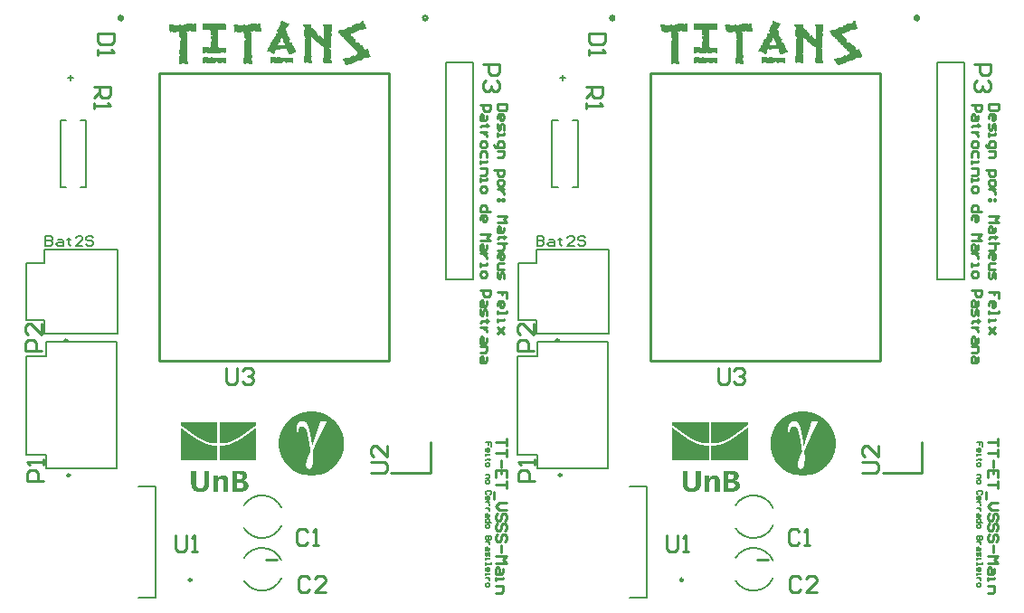
<source format=gbr>
G04*
G04 #@! TF.GenerationSoftware,Altium Limited,Altium Designer,25.4.2 (15)*
G04*
G04 Layer_Color=65535*
%FSLAX44Y44*%
%MOMM*%
G71*
G04*
G04 #@! TF.SameCoordinates,9E434B86-177F-4C43-98DC-E9B8BA562479*
G04*
G04*
G04 #@! TF.FilePolarity,Positive*
G04*
G01*
G75*
%ADD27C,0.2000*%
%ADD28C,0.2540*%
%ADD29C,0.2500*%
%ADD30C,0.1540*%
G36*
X2203315Y821500D02*
X2203969D01*
Y818230D01*
X2198082D01*
Y818884D01*
X2196773D01*
Y818230D01*
X2194157D01*
Y817576D01*
X2194811D01*
Y814305D01*
Y813651D01*
Y795989D01*
X2195465D01*
Y793372D01*
X2194811D01*
Y790756D01*
X2195465D01*
Y788139D01*
X2192194D01*
Y788793D01*
X2189578D01*
Y788139D01*
X2188270D01*
Y788793D01*
X2187615D01*
Y793372D01*
X2188270D01*
Y809726D01*
X2188924D01*
Y810380D01*
X2189578D01*
Y811688D01*
X2188924D01*
Y812343D01*
X2188270D01*
Y816921D01*
X2187615D01*
Y818230D01*
X2185653D01*
Y817576D01*
X2181074D01*
Y818230D01*
X2179766D01*
Y817576D01*
X2179112D01*
Y820192D01*
X2178457D01*
Y823463D01*
X2177803D01*
Y824117D01*
X2178457D01*
Y824771D01*
X2182382D01*
Y824117D01*
X2186961D01*
Y824771D01*
X2188924D01*
Y824117D01*
X2191540D01*
Y824771D01*
X2194157D01*
Y825425D01*
X2200044D01*
Y824771D01*
X2200698D01*
Y825425D01*
X2201352D01*
Y826079D01*
X2203315D01*
Y821500D01*
D02*
G37*
G36*
X2143134Y818230D02*
X2137901D01*
Y818884D01*
X2136592D01*
Y818230D01*
X2133976D01*
Y817576D01*
X2134630D01*
Y797297D01*
X2133976D01*
Y796643D01*
X2134630D01*
Y790102D01*
X2135284D01*
Y788139D01*
X2132013D01*
Y788793D01*
X2129397D01*
Y788139D01*
X2127434D01*
Y795335D01*
X2128089D01*
Y797297D01*
X2127434D01*
Y801222D01*
X2128089D01*
Y809726D01*
X2128743D01*
Y812343D01*
X2128089D01*
Y812997D01*
X2127434D01*
Y818230D01*
X2124818D01*
Y817576D01*
X2120893D01*
Y818230D01*
X2119585D01*
Y817576D01*
X2118931D01*
Y818884D01*
X2118277D01*
Y822155D01*
X2117622D01*
Y824771D01*
X2122201D01*
Y824117D01*
X2126780D01*
Y824771D01*
X2128743D01*
Y824117D01*
X2131359D01*
Y824771D01*
X2133976D01*
Y825425D01*
X2139863D01*
Y824771D01*
X2140517D01*
Y825425D01*
X2141171D01*
Y826079D01*
X2143134D01*
Y818230D01*
D02*
G37*
G36*
X1743255Y821500D02*
X1743909D01*
Y818230D01*
X1738022D01*
Y818884D01*
X1736713D01*
Y818230D01*
X1734097D01*
Y817576D01*
X1734751D01*
Y814305D01*
Y813651D01*
Y795989D01*
X1735405D01*
Y793372D01*
X1734751D01*
Y790756D01*
X1735405D01*
Y788139D01*
X1732134D01*
Y788793D01*
X1729518D01*
Y788139D01*
X1728210D01*
Y788793D01*
X1727555D01*
Y793372D01*
X1728210D01*
Y809726D01*
X1728864D01*
Y810380D01*
X1729518D01*
Y811688D01*
X1728864D01*
Y812343D01*
X1728210D01*
Y816921D01*
X1727555D01*
Y818230D01*
X1725593D01*
Y817576D01*
X1721014D01*
Y818230D01*
X1719706D01*
Y817576D01*
X1719052D01*
Y820192D01*
X1718398D01*
Y823463D01*
X1717743D01*
Y824117D01*
X1718398D01*
Y824771D01*
X1722322D01*
Y824117D01*
X1726901D01*
Y824771D01*
X1728864D01*
Y824117D01*
X1731480D01*
Y824771D01*
X1734097D01*
Y825425D01*
X1739984D01*
Y824771D01*
X1740638D01*
Y825425D01*
X1741292D01*
Y826079D01*
X1743255D01*
Y821500D01*
D02*
G37*
G36*
X1683074Y818230D02*
X1677841D01*
Y818884D01*
X1676532D01*
Y818230D01*
X1673916D01*
Y817576D01*
X1674570D01*
Y797297D01*
X1673916D01*
Y796643D01*
X1674570D01*
Y790102D01*
X1675224D01*
Y788139D01*
X1671953D01*
Y788793D01*
X1669337D01*
Y788139D01*
X1667374D01*
Y795335D01*
X1668029D01*
Y797297D01*
X1667374D01*
Y801222D01*
X1668029D01*
Y809726D01*
X1668683D01*
Y812343D01*
X1668029D01*
Y812997D01*
X1667374D01*
Y818230D01*
X1664758D01*
Y817576D01*
X1660833D01*
Y818230D01*
X1659525D01*
Y817576D01*
X1658871D01*
Y818884D01*
X1658217D01*
Y822155D01*
X1657562D01*
Y824771D01*
X1662141D01*
Y824117D01*
X1666720D01*
Y824771D01*
X1668683D01*
Y824117D01*
X1671299D01*
Y824771D01*
X1673916D01*
Y825425D01*
X1679803D01*
Y824771D01*
X1680457D01*
Y825425D01*
X1681111D01*
Y826079D01*
X1683074D01*
Y818230D01*
D02*
G37*
G36*
X2299474Y828042D02*
X2300128D01*
Y826079D01*
X2300782D01*
Y824771D01*
X2301436D01*
Y822809D01*
X2302090D01*
Y820846D01*
X2300128D01*
Y820192D01*
X2298165D01*
Y819538D01*
X2295549D01*
Y818884D01*
X2294240D01*
Y818230D01*
X2292278D01*
Y817576D01*
X2290316D01*
Y816921D01*
X2289007D01*
Y816267D01*
X2287699D01*
Y814959D01*
X2288353D01*
Y814305D01*
X2289007D01*
Y813651D01*
X2289661D01*
Y812997D01*
X2290316D01*
Y812343D01*
X2290970D01*
Y811688D01*
X2291624D01*
Y811034D01*
X2292278D01*
Y808418D01*
X2294895D01*
Y807764D01*
X2295549D01*
Y807109D01*
X2296203D01*
Y806455D01*
X2296857D01*
Y805801D01*
X2298165D01*
Y805147D01*
X2298819D01*
Y804493D01*
X2299474D01*
Y803839D01*
X2300128D01*
Y802530D01*
X2300782D01*
Y801222D01*
X2302744D01*
Y801876D01*
X2304052D01*
Y800568D01*
X2304707D01*
Y798606D01*
X2305361D01*
Y797297D01*
X2306015D01*
Y795335D01*
X2306669D01*
Y794681D01*
X2305361D01*
Y794027D01*
X2303398D01*
Y793372D01*
X2300128D01*
Y792718D01*
X2299474D01*
Y792064D01*
X2298165D01*
Y791410D01*
X2295549D01*
Y790756D01*
X2294240D01*
Y790102D01*
X2292278D01*
Y789448D01*
X2290970D01*
Y788793D01*
X2289007D01*
Y788139D01*
X2287699D01*
Y787485D01*
X2285737D01*
Y786831D01*
X2283120D01*
Y787485D01*
X2282466D01*
Y788793D01*
X2281812D01*
Y790102D01*
X2281158D01*
Y791410D01*
X2280503D01*
Y792718D01*
X2282466D01*
Y793372D01*
X2283774D01*
Y794027D01*
X2287045D01*
Y794681D01*
X2288353D01*
Y795335D01*
X2289661D01*
Y795989D01*
X2290970D01*
Y795335D01*
X2292278D01*
Y795989D01*
X2292932D01*
Y797297D01*
X2294240D01*
Y799260D01*
X2293586D01*
Y799914D01*
X2292932D01*
Y800568D01*
X2292278D01*
Y801222D01*
X2291624D01*
Y801876D01*
X2290970D01*
Y802530D01*
X2290316D01*
Y803185D01*
X2289661D01*
Y803839D01*
X2289007D01*
Y804493D01*
X2288353D01*
Y805147D01*
X2287699D01*
Y805801D01*
X2287045D01*
Y806455D01*
X2286391D01*
Y807109D01*
X2285737D01*
Y807764D01*
X2285082D01*
Y808418D01*
X2284428D01*
Y809072D01*
X2283774D01*
Y809726D01*
X2283120D01*
Y810380D01*
X2282466D01*
Y811034D01*
X2281812D01*
Y811688D01*
X2281158D01*
Y812997D01*
X2279195D01*
Y813651D01*
X2278541D01*
Y814959D01*
X2277887D01*
Y816267D01*
X2277233D01*
Y816921D01*
X2276579D01*
Y818230D01*
X2275925D01*
Y818884D01*
X2277233D01*
Y819538D01*
X2278541D01*
Y820192D01*
X2281812D01*
Y820846D01*
X2283774D01*
Y821500D01*
X2284428D01*
Y822155D01*
X2285737D01*
Y822809D01*
X2286391D01*
Y822155D01*
X2288353D01*
Y822809D01*
X2289007D01*
Y824117D01*
X2290970D01*
Y824771D01*
X2292278D01*
Y825425D01*
X2293586D01*
Y826079D01*
X2296857D01*
Y826734D01*
X2297511D01*
Y827388D01*
X2298165D01*
Y828042D01*
X2298819D01*
Y828696D01*
X2299474D01*
Y828042D01*
D02*
G37*
G36*
X1839413D02*
X1840068D01*
Y826079D01*
X1840722D01*
Y824771D01*
X1841376D01*
Y822809D01*
X1842030D01*
Y820846D01*
X1840068D01*
Y820192D01*
X1838105D01*
Y819538D01*
X1835489D01*
Y818884D01*
X1834180D01*
Y818230D01*
X1832218D01*
Y817576D01*
X1830256D01*
Y816921D01*
X1828947D01*
Y816267D01*
X1827639D01*
Y814959D01*
X1828293D01*
Y814305D01*
X1828947D01*
Y813651D01*
X1829601D01*
Y812997D01*
X1830256D01*
Y812343D01*
X1830910D01*
Y811688D01*
X1831564D01*
Y811034D01*
X1832218D01*
Y808418D01*
X1834835D01*
Y807764D01*
X1835489D01*
Y807109D01*
X1836143D01*
Y806455D01*
X1836797D01*
Y805801D01*
X1838105D01*
Y805147D01*
X1838759D01*
Y804493D01*
X1839413D01*
Y803839D01*
X1840068D01*
Y802530D01*
X1840722D01*
Y801222D01*
X1842684D01*
Y801876D01*
X1843992D01*
Y800568D01*
X1844647D01*
Y798606D01*
X1845301D01*
Y797297D01*
X1845955D01*
Y795335D01*
X1846609D01*
Y794681D01*
X1845301D01*
Y794027D01*
X1843338D01*
Y793372D01*
X1840068D01*
Y792718D01*
X1839413D01*
Y792064D01*
X1838105D01*
Y791410D01*
X1835489D01*
Y790756D01*
X1834180D01*
Y790102D01*
X1832218D01*
Y789448D01*
X1830910D01*
Y788793D01*
X1828947D01*
Y788139D01*
X1827639D01*
Y787485D01*
X1825677D01*
Y786831D01*
X1823060D01*
Y787485D01*
X1822406D01*
Y788793D01*
X1821752D01*
Y790102D01*
X1821098D01*
Y791410D01*
X1820444D01*
Y792718D01*
X1822406D01*
Y793372D01*
X1823714D01*
Y794027D01*
X1826985D01*
Y794681D01*
X1828293D01*
Y795335D01*
X1829601D01*
Y795989D01*
X1830910D01*
Y795335D01*
X1832218D01*
Y795989D01*
X1832872D01*
Y797297D01*
X1834180D01*
Y799260D01*
X1833526D01*
Y799914D01*
X1832872D01*
Y800568D01*
X1832218D01*
Y801222D01*
X1831564D01*
Y801876D01*
X1830910D01*
Y802530D01*
X1830256D01*
Y803185D01*
X1829601D01*
Y803839D01*
X1828947D01*
Y804493D01*
X1828293D01*
Y805147D01*
X1827639D01*
Y805801D01*
X1826985D01*
Y806455D01*
X1826331D01*
Y807109D01*
X1825677D01*
Y807764D01*
X1825022D01*
Y808418D01*
X1824368D01*
Y809072D01*
X1823714D01*
Y809726D01*
X1823060D01*
Y810380D01*
X1822406D01*
Y811034D01*
X1821752D01*
Y811688D01*
X1821098D01*
Y812997D01*
X1819135D01*
Y813651D01*
X1818481D01*
Y814959D01*
X1817827D01*
Y816267D01*
X1817173D01*
Y816921D01*
X1816519D01*
Y818230D01*
X1815865D01*
Y818884D01*
X1817173D01*
Y819538D01*
X1818481D01*
Y820192D01*
X1821752D01*
Y820846D01*
X1823714D01*
Y821500D01*
X1824368D01*
Y822155D01*
X1825677D01*
Y822809D01*
X1826331D01*
Y822155D01*
X1828293D01*
Y822809D01*
X1828947D01*
Y824117D01*
X1830910D01*
Y824771D01*
X1832218D01*
Y825425D01*
X1833526D01*
Y826079D01*
X1836797D01*
Y826734D01*
X1837451D01*
Y827388D01*
X1838105D01*
Y828042D01*
X1838759D01*
Y828696D01*
X1839413D01*
Y828042D01*
D02*
G37*
G36*
X2270037Y818230D02*
X2269383D01*
Y816267D01*
X2270037D01*
Y814305D01*
X2269383D01*
Y803185D01*
X2268075D01*
Y801876D01*
X2268729D01*
Y801222D01*
X2269383D01*
Y792718D01*
X2268729D01*
Y792064D01*
X2269383D01*
Y791410D01*
X2270037D01*
Y788793D01*
X2262842D01*
Y789448D01*
X2262188D01*
Y794027D01*
X2262842D01*
Y803839D01*
X2261533D01*
Y804493D01*
X2260225D01*
Y805147D01*
X2259571D01*
Y805801D01*
X2258917D01*
Y806455D01*
X2258263D01*
Y807109D01*
X2257608D01*
Y807764D01*
X2256954D01*
Y808418D01*
X2255646D01*
Y809072D01*
X2254992D01*
Y809726D01*
X2254338D01*
Y810380D01*
X2253684D01*
Y811034D01*
X2253029D01*
Y811688D01*
X2252375D01*
Y812343D01*
X2251721D01*
Y812997D01*
X2251067D01*
Y797951D01*
X2250413D01*
Y797297D01*
X2251067D01*
Y795335D01*
X2251721D01*
Y794681D01*
X2251067D01*
Y790756D01*
X2251721D01*
Y788793D01*
X2248450D01*
Y789448D01*
X2245834D01*
Y788793D01*
X2244526D01*
Y789448D01*
X2243871D01*
Y795335D01*
X2244526D01*
Y811034D01*
X2245180D01*
Y811688D01*
X2245834D01*
Y812343D01*
X2245180D01*
Y812997D01*
X2244526D01*
Y813651D01*
X2243871D01*
Y820192D01*
X2244526D01*
Y822155D01*
X2243871D01*
Y823463D01*
X2243217D01*
Y824771D01*
X2251067D01*
Y821500D01*
X2252375D01*
Y820846D01*
X2253029D01*
Y820192D01*
X2253684D01*
Y819538D01*
X2254338D01*
Y818884D01*
X2254992D01*
Y818230D01*
X2255646D01*
Y817576D01*
X2256300D01*
Y816921D01*
X2256954D01*
Y814959D01*
X2257608D01*
Y814305D01*
X2258263D01*
Y814959D01*
X2259571D01*
Y814305D01*
X2260225D01*
Y812997D01*
X2260879D01*
Y812343D01*
X2261533D01*
Y811688D01*
X2262842D01*
Y823463D01*
X2262188D01*
Y824771D01*
X2270037D01*
Y818230D01*
D02*
G37*
G36*
X1809977D02*
X1809323D01*
Y816267D01*
X1809977D01*
Y814305D01*
X1809323D01*
Y803185D01*
X1808015D01*
Y801876D01*
X1808669D01*
Y801222D01*
X1809323D01*
Y792718D01*
X1808669D01*
Y792064D01*
X1809323D01*
Y791410D01*
X1809977D01*
Y788793D01*
X1802782D01*
Y789448D01*
X1802128D01*
Y794027D01*
X1802782D01*
Y803839D01*
X1801473D01*
Y804493D01*
X1800165D01*
Y805147D01*
X1799511D01*
Y805801D01*
X1798857D01*
Y806455D01*
X1798203D01*
Y807109D01*
X1797549D01*
Y807764D01*
X1796894D01*
Y808418D01*
X1795586D01*
Y809072D01*
X1794932D01*
Y809726D01*
X1794278D01*
Y810380D01*
X1793624D01*
Y811034D01*
X1792970D01*
Y811688D01*
X1792315D01*
Y812343D01*
X1791661D01*
Y812997D01*
X1791007D01*
Y797951D01*
X1790353D01*
Y797297D01*
X1791007D01*
Y795335D01*
X1791661D01*
Y794681D01*
X1791007D01*
Y790756D01*
X1791661D01*
Y788793D01*
X1788391D01*
Y789448D01*
X1785774D01*
Y788793D01*
X1784466D01*
Y789448D01*
X1783811D01*
Y795335D01*
X1784466D01*
Y811034D01*
X1785120D01*
Y811688D01*
X1785774D01*
Y812343D01*
X1785120D01*
Y812997D01*
X1784466D01*
Y813651D01*
X1783811D01*
Y820192D01*
X1784466D01*
Y822155D01*
X1783811D01*
Y823463D01*
X1783157D01*
Y824771D01*
X1791007D01*
Y821500D01*
X1792315D01*
Y820846D01*
X1792970D01*
Y820192D01*
X1793624D01*
Y819538D01*
X1794278D01*
Y818884D01*
X1794932D01*
Y818230D01*
X1795586D01*
Y817576D01*
X1796240D01*
Y816921D01*
X1796894D01*
Y814959D01*
X1797549D01*
Y814305D01*
X1798203D01*
Y814959D01*
X1799511D01*
Y814305D01*
X1800165D01*
Y812997D01*
X1800819D01*
Y812343D01*
X1801473D01*
Y811688D01*
X1802782D01*
Y823463D01*
X1802128D01*
Y824771D01*
X1809977D01*
Y818230D01*
D02*
G37*
G36*
X2152946Y825425D02*
X2170608D01*
Y824771D01*
X2171262D01*
Y820192D01*
X2163412D01*
Y803839D01*
X2164066D01*
Y803185D01*
X2171262D01*
Y798606D01*
X2170608D01*
Y797951D01*
X2169299D01*
Y798606D01*
X2166029D01*
Y797951D01*
X2161450D01*
Y798606D01*
X2160796D01*
Y797951D01*
X2153600D01*
Y798606D01*
X2151638D01*
Y797951D01*
X2149021D01*
Y803839D01*
X2154908D01*
Y803185D01*
X2156217D01*
Y803839D01*
X2156871D01*
Y809072D01*
X2157525D01*
Y811034D01*
X2156871D01*
Y813651D01*
X2158179D01*
Y814959D01*
X2156871D01*
Y818884D01*
X2156217D01*
Y820192D01*
X2150983D01*
Y819538D01*
X2149675D01*
Y820192D01*
X2149021D01*
Y820846D01*
Y825425D01*
X2149675D01*
Y826079D01*
X2152946D01*
Y825425D01*
D02*
G37*
G36*
X1692886D02*
X1710548D01*
Y824771D01*
X1711202D01*
Y820192D01*
X1703352D01*
Y803839D01*
X1704006D01*
Y803185D01*
X1711202D01*
Y798606D01*
X1710548D01*
Y797951D01*
X1709240D01*
Y798606D01*
X1705969D01*
Y797951D01*
X1701390D01*
Y798606D01*
X1700736D01*
Y797951D01*
X1693540D01*
Y798606D01*
X1691578D01*
Y797951D01*
X1688961D01*
Y803839D01*
X1694848D01*
Y803185D01*
X1696157D01*
Y803839D01*
X1696811D01*
Y809072D01*
X1697465D01*
Y811034D01*
X1696811D01*
Y813651D01*
X1698119D01*
Y814959D01*
X1696811D01*
Y818884D01*
X1696157D01*
Y820192D01*
X1690923D01*
Y819538D01*
X1689615D01*
Y820192D01*
X1688961D01*
Y820846D01*
Y825425D01*
X1689615D01*
Y826079D01*
X1692886D01*
Y825425D01*
D02*
G37*
G36*
X2224247Y827388D02*
X2226210D01*
Y826734D01*
X2228172D01*
Y826079D01*
X2229480D01*
Y825425D01*
X2230135D01*
Y824771D01*
X2229480D01*
Y823463D01*
X2228826D01*
Y822809D01*
X2228172D01*
Y821500D01*
X2227518D01*
Y820846D01*
X2226864D01*
Y820192D01*
X2227518D01*
Y818884D01*
X2228172D01*
Y816921D01*
X2228826D01*
Y814305D01*
X2229480D01*
Y812997D01*
X2230135D01*
Y811688D01*
X2230789D01*
Y811034D01*
X2231443D01*
Y810380D01*
X2230789D01*
Y808418D01*
X2232097D01*
Y807764D01*
X2232751D01*
Y807109D01*
X2233405D01*
Y805801D01*
X2234059D01*
Y804493D01*
X2234714D01*
Y803185D01*
X2235368D01*
Y801222D01*
X2236022D01*
Y800568D01*
X2236676D01*
Y799914D01*
X2237330D01*
Y799260D01*
X2236676D01*
Y798606D01*
X2234714D01*
Y797951D01*
X2232751D01*
Y797297D01*
X2230789D01*
Y796643D01*
X2230135D01*
Y797297D01*
X2229480D01*
Y798606D01*
X2228826D01*
Y800568D01*
X2228172D01*
Y801876D01*
X2221631D01*
Y801222D01*
X2219014D01*
Y801876D01*
X2218360D01*
Y801222D01*
X2217706D01*
Y800568D01*
X2217052D01*
Y797951D01*
X2216398D01*
Y797297D01*
X2215089D01*
Y797951D01*
X2213781D01*
Y798606D01*
X2212473D01*
Y799260D01*
X2209856D01*
Y799914D01*
X2209202D01*
Y800568D01*
X2209856D01*
Y801876D01*
X2210510D01*
Y803185D01*
X2211165D01*
Y803839D01*
X2211819D01*
Y805147D01*
X2212473D01*
Y805801D01*
X2213127D01*
Y807764D01*
X2213781D01*
Y809072D01*
X2214435D01*
Y810380D01*
X2215089D01*
Y811034D01*
X2215744D01*
Y811688D01*
X2216398D01*
Y812997D01*
X2217052D01*
Y814305D01*
X2217706D01*
Y816267D01*
X2219014D01*
Y816921D01*
X2219668D01*
Y818230D01*
X2219014D01*
Y819538D01*
X2219668D01*
Y820846D01*
X2220323D01*
Y822155D01*
X2220977D01*
Y824117D01*
X2221631D01*
Y824771D01*
X2222285D01*
Y825425D01*
X2222939D01*
Y826079D01*
X2222285D01*
Y827388D01*
X2222939D01*
Y828042D01*
X2224247D01*
Y827388D01*
D02*
G37*
G36*
X1764187D02*
X1766150D01*
Y826734D01*
X1768112D01*
Y826079D01*
X1769420D01*
Y825425D01*
X1770075D01*
Y824771D01*
X1769420D01*
Y823463D01*
X1768766D01*
Y822809D01*
X1768112D01*
Y821500D01*
X1767458D01*
Y820846D01*
X1766804D01*
Y820192D01*
X1767458D01*
Y818884D01*
X1768112D01*
Y816921D01*
X1768766D01*
Y814305D01*
X1769420D01*
Y812997D01*
X1770075D01*
Y811688D01*
X1770729D01*
Y811034D01*
X1771383D01*
Y810380D01*
X1770729D01*
Y808418D01*
X1772037D01*
Y807764D01*
X1772691D01*
Y807109D01*
X1773345D01*
Y805801D01*
X1773999D01*
Y804493D01*
X1774654D01*
Y803185D01*
X1775308D01*
Y801222D01*
X1775962D01*
Y800568D01*
X1776616D01*
Y799914D01*
X1777270D01*
Y799260D01*
X1776616D01*
Y798606D01*
X1774654D01*
Y797951D01*
X1772691D01*
Y797297D01*
X1770729D01*
Y796643D01*
X1770075D01*
Y797297D01*
X1769420D01*
Y798606D01*
X1768766D01*
Y800568D01*
X1768112D01*
Y801876D01*
X1761571D01*
Y801222D01*
X1758954D01*
Y801876D01*
X1758300D01*
Y801222D01*
X1757646D01*
Y800568D01*
X1756992D01*
Y797951D01*
X1756338D01*
Y797297D01*
X1755029D01*
Y797951D01*
X1753721D01*
Y798606D01*
X1752413D01*
Y799260D01*
X1749796D01*
Y799914D01*
X1749142D01*
Y800568D01*
X1749796D01*
Y801876D01*
X1750450D01*
Y803185D01*
X1751104D01*
Y803839D01*
X1751759D01*
Y805147D01*
X1752413D01*
Y805801D01*
X1753067D01*
Y807764D01*
X1753721D01*
Y809072D01*
X1754375D01*
Y810380D01*
X1755029D01*
Y811034D01*
X1755683D01*
Y811688D01*
X1756338D01*
Y812997D01*
X1756992D01*
Y814305D01*
X1757646D01*
Y816267D01*
X1758954D01*
Y816921D01*
X1759608D01*
Y818230D01*
X1758954D01*
Y819538D01*
X1759608D01*
Y820846D01*
X1760262D01*
Y822155D01*
X1760917D01*
Y824117D01*
X1761571D01*
Y824771D01*
X1762225D01*
Y825425D01*
X1762879D01*
Y826079D01*
X1762225D01*
Y827388D01*
X1762879D01*
Y828042D01*
X1764187D01*
Y827388D01*
D02*
G37*
G36*
X2222285Y794027D02*
X2234059D01*
Y788793D01*
X2232751D01*
Y789448D01*
X2228172D01*
Y788793D01*
X2226864D01*
Y789448D01*
X2226210D01*
Y790102D01*
X2224901D01*
Y789448D01*
X2223593D01*
Y788793D01*
X2216398D01*
Y789448D01*
X2214435D01*
Y788793D01*
X2212473D01*
Y790102D01*
Y790756D01*
Y794681D01*
X2217706D01*
Y794027D01*
X2219014D01*
Y794681D01*
X2222285D01*
Y794027D01*
D02*
G37*
G36*
X2158179D02*
X2171262D01*
Y788793D01*
X2168645D01*
Y789448D01*
X2166683D01*
Y788793D01*
X2163412D01*
Y789448D01*
X2162758D01*
Y790102D01*
X2162104D01*
Y789448D01*
X2160796D01*
Y788793D01*
X2152946D01*
Y789448D01*
X2151638D01*
Y788793D01*
X2149021D01*
Y790756D01*
Y791410D01*
Y794027D01*
X2149675D01*
Y794681D01*
X2154254D01*
Y794027D01*
X2156871D01*
Y794681D01*
X2158179D01*
Y794027D01*
D02*
G37*
G36*
X1762225D02*
X1773999D01*
Y788793D01*
X1772691D01*
Y789448D01*
X1768112D01*
Y788793D01*
X1766804D01*
Y789448D01*
X1766150D01*
Y790102D01*
X1764841D01*
Y789448D01*
X1763533D01*
Y788793D01*
X1756338D01*
Y789448D01*
X1754375D01*
Y788793D01*
X1752413D01*
Y790102D01*
Y790756D01*
Y794681D01*
X1757646D01*
Y794027D01*
X1758954D01*
Y794681D01*
X1762225D01*
Y794027D01*
D02*
G37*
G36*
X1698119D02*
X1711202D01*
Y788793D01*
X1708585D01*
Y789448D01*
X1706623D01*
Y788793D01*
X1703352D01*
Y789448D01*
X1702698D01*
Y790102D01*
X1702044D01*
Y789448D01*
X1700736D01*
Y788793D01*
X1692886D01*
Y789448D01*
X1691578D01*
Y788793D01*
X1688961D01*
Y790756D01*
Y791410D01*
Y794027D01*
X1689615D01*
Y794681D01*
X1694194D01*
Y794027D01*
X1696811D01*
Y794681D01*
X1698119D01*
Y794027D01*
D02*
G37*
G36*
X2199482Y449600D02*
X2199205D01*
Y449462D01*
X2199067D01*
Y449324D01*
X2198929D01*
Y449186D01*
X2198653D01*
Y449048D01*
X2198515D01*
Y448910D01*
X2198238D01*
Y448771D01*
X2198100D01*
Y448633D01*
X2197962D01*
Y448495D01*
X2197685D01*
Y448357D01*
X2197547D01*
Y448219D01*
X2197409D01*
Y448080D01*
X2197133D01*
Y447942D01*
X2196994D01*
Y447804D01*
X2196718D01*
Y447666D01*
X2196580D01*
Y447528D01*
X2196442D01*
Y447390D01*
X2196165D01*
Y447251D01*
X2196027D01*
Y447113D01*
X2195751D01*
Y446975D01*
X2195613D01*
Y446837D01*
X2195475D01*
Y446699D01*
X2195198D01*
Y446561D01*
X2195060D01*
Y446422D01*
X2194922D01*
Y446284D01*
X2194645D01*
Y446146D01*
X2194507D01*
Y446008D01*
X2194231D01*
Y445869D01*
X2194093D01*
Y445731D01*
X2193954D01*
Y445593D01*
X2193678D01*
Y445455D01*
X2193540D01*
Y445317D01*
X2193402D01*
Y445179D01*
X2193125D01*
Y445041D01*
X2192987D01*
Y444902D01*
X2192711D01*
Y444764D01*
X2192573D01*
Y444626D01*
X2192435D01*
Y444488D01*
X2192158D01*
Y444350D01*
X2192020D01*
Y444211D01*
X2191882D01*
Y444073D01*
X2191605D01*
Y443935D01*
X2191467D01*
Y443797D01*
X2191329D01*
Y443659D01*
X2191053D01*
Y443520D01*
X2190914D01*
Y443382D01*
X2190638D01*
Y443244D01*
X2190500D01*
Y443106D01*
X2190362D01*
Y442968D01*
X2190085D01*
Y442830D01*
X2189947D01*
Y442691D01*
X2189671D01*
Y442553D01*
X2189533D01*
Y442415D01*
X2189394D01*
Y442277D01*
X2189118D01*
Y442139D01*
X2188980D01*
Y442000D01*
X2188703D01*
Y441862D01*
X2188565D01*
Y441724D01*
X2188427D01*
Y441586D01*
X2188151D01*
Y441448D01*
X2188013D01*
Y441310D01*
X2187736D01*
Y441171D01*
X2187598D01*
Y441033D01*
X2187460D01*
Y440895D01*
X2187184D01*
Y440757D01*
X2187045D01*
Y440619D01*
X2186769D01*
Y440480D01*
X2186631D01*
Y440342D01*
X2186493D01*
Y440204D01*
X2186216D01*
Y440066D01*
X2186078D01*
Y439928D01*
X2185802D01*
Y439790D01*
X2185663D01*
Y439651D01*
X2185387D01*
Y439513D01*
X2185249D01*
Y439375D01*
X2184973D01*
Y439237D01*
X2184834D01*
Y439099D01*
X2184558D01*
Y438960D01*
X2184282D01*
Y438822D01*
X2184144D01*
Y438684D01*
X2183867D01*
Y438546D01*
X2183729D01*
Y438408D01*
X2183452D01*
Y438270D01*
X2183176D01*
Y438131D01*
X2183038D01*
Y437993D01*
X2182762D01*
Y437855D01*
X2182485D01*
Y437717D01*
X2182347D01*
Y437579D01*
X2182071D01*
Y437440D01*
X2181794D01*
Y437302D01*
X2181518D01*
Y437164D01*
X2181380D01*
Y437026D01*
X2181103D01*
Y436888D01*
X2180827D01*
Y436749D01*
X2180551D01*
Y436611D01*
X2180274D01*
Y436473D01*
X2179998D01*
Y436335D01*
X2179722D01*
Y436197D01*
X2179445D01*
Y436059D01*
X2179169D01*
Y435920D01*
X2178893D01*
Y435782D01*
X2178616D01*
Y435644D01*
X2178340D01*
Y435506D01*
X2178063D01*
Y435368D01*
X2177787D01*
Y435229D01*
X2177511D01*
Y435091D01*
X2177234D01*
Y434953D01*
X2176958D01*
Y434815D01*
X2176543D01*
Y434677D01*
X2176267D01*
Y434538D01*
X2175991D01*
Y434400D01*
X2175576D01*
Y434262D01*
X2175300D01*
Y434124D01*
X2174885D01*
Y433986D01*
X2174471D01*
Y433848D01*
X2174056D01*
Y433709D01*
X2173642D01*
Y433571D01*
X2173227D01*
Y433433D01*
X2172674D01*
Y433295D01*
X2172121D01*
Y433157D01*
X2171431D01*
Y433018D01*
X2170463D01*
Y432880D01*
X2169496D01*
Y432742D01*
X2167700D01*
Y432604D01*
X2165074D01*
Y452226D01*
X2199482D01*
Y449600D01*
D02*
G37*
G36*
X2163139Y432604D02*
X2160376D01*
Y432742D01*
X2158718D01*
Y432880D01*
X2157612D01*
Y433018D01*
X2156783D01*
Y433157D01*
X2156092D01*
Y433295D01*
X2155540D01*
Y433433D01*
X2154987D01*
Y433571D01*
X2154572D01*
Y433709D01*
X2154019D01*
Y433848D01*
X2153605D01*
Y433986D01*
X2153190D01*
Y434124D01*
X2152914D01*
Y434262D01*
X2152499D01*
Y434400D01*
X2152223D01*
Y434538D01*
X2151947D01*
Y434677D01*
X2151532D01*
Y434815D01*
X2151256D01*
Y434953D01*
X2150979D01*
Y435091D01*
X2150703D01*
Y435229D01*
X2150427D01*
Y435368D01*
X2150012D01*
Y435506D01*
X2149736D01*
Y435644D01*
X2149459D01*
Y435782D01*
X2149183D01*
Y435920D01*
X2148907D01*
Y436059D01*
X2148630D01*
Y436197D01*
X2148354D01*
Y436335D01*
X2148078D01*
Y436473D01*
X2147939D01*
Y436611D01*
X2147663D01*
Y436749D01*
X2147387D01*
Y436888D01*
X2147110D01*
Y437026D01*
X2146834D01*
Y437164D01*
X2146696D01*
Y437302D01*
X2146419D01*
Y437440D01*
X2146143D01*
Y437579D01*
X2145867D01*
Y437717D01*
X2145590D01*
Y437855D01*
X2145452D01*
Y437993D01*
X2145176D01*
Y438131D01*
X2144899D01*
Y438270D01*
X2144761D01*
Y438408D01*
X2144485D01*
Y438546D01*
X2144208D01*
Y438684D01*
X2144070D01*
Y438822D01*
X2143794D01*
Y438960D01*
X2143656D01*
Y439099D01*
X2143379D01*
Y439237D01*
X2143241D01*
Y439375D01*
X2142965D01*
Y439513D01*
X2142827D01*
Y439651D01*
X2142550D01*
Y439790D01*
X2142412D01*
Y439928D01*
X2142136D01*
Y440066D01*
X2141998D01*
Y440204D01*
X2141721D01*
Y440342D01*
X2141583D01*
Y440480D01*
X2141306D01*
Y440619D01*
X2141168D01*
Y440757D01*
X2140892D01*
Y440895D01*
X2140754D01*
Y441033D01*
X2140616D01*
Y441171D01*
X2140339D01*
Y441310D01*
X2140201D01*
Y441448D01*
X2139925D01*
Y441586D01*
X2139787D01*
Y441724D01*
X2139648D01*
Y441862D01*
X2139372D01*
Y442000D01*
X2139234D01*
Y442139D01*
X2139096D01*
Y442277D01*
X2138819D01*
Y442415D01*
X2138681D01*
Y442553D01*
X2138405D01*
Y442691D01*
X2138266D01*
Y442830D01*
X2138128D01*
Y442968D01*
X2137852D01*
Y443106D01*
X2137714D01*
Y443244D01*
X2137576D01*
Y443382D01*
X2137299D01*
Y443520D01*
X2137161D01*
Y443659D01*
X2136885D01*
Y443797D01*
X2136747D01*
Y443935D01*
X2136470D01*
Y444073D01*
X2136332D01*
Y444211D01*
X2136194D01*
Y444350D01*
X2135917D01*
Y444488D01*
X2135779D01*
Y444626D01*
X2135641D01*
Y444764D01*
X2135365D01*
Y444902D01*
X2135226D01*
Y445041D01*
X2135088D01*
Y445179D01*
X2134812D01*
Y445317D01*
X2134674D01*
Y445455D01*
X2134397D01*
Y445593D01*
X2134259D01*
Y445731D01*
X2134121D01*
Y445869D01*
X2133845D01*
Y446008D01*
X2133707D01*
Y446146D01*
X2133430D01*
Y446284D01*
X2133292D01*
Y446422D01*
X2133154D01*
Y446561D01*
X2132877D01*
Y446699D01*
X2132739D01*
Y446837D01*
X2132601D01*
Y446975D01*
X2132325D01*
Y447113D01*
X2132186D01*
Y447251D01*
X2132048D01*
Y447390D01*
X2131772D01*
Y447528D01*
X2131634D01*
Y447666D01*
X2131357D01*
Y447804D01*
X2131219D01*
Y447942D01*
X2131081D01*
Y448080D01*
X2130805D01*
Y448219D01*
X2130666D01*
Y448357D01*
X2130528D01*
Y448495D01*
X2130252D01*
Y448633D01*
X2130114D01*
Y448771D01*
X2129837D01*
Y448910D01*
X2129699D01*
Y449048D01*
X2129423D01*
Y449186D01*
X2129285D01*
Y449324D01*
X2129146D01*
Y449462D01*
X2128870D01*
Y449600D01*
X2128732D01*
Y452226D01*
X2163139D01*
Y432604D01*
D02*
G37*
G36*
X1739422Y449600D02*
X1739146D01*
Y449462D01*
X1739007D01*
Y449324D01*
X1738869D01*
Y449186D01*
X1738593D01*
Y449048D01*
X1738455D01*
Y448910D01*
X1738178D01*
Y448771D01*
X1738040D01*
Y448633D01*
X1737902D01*
Y448495D01*
X1737625D01*
Y448357D01*
X1737487D01*
Y448219D01*
X1737349D01*
Y448080D01*
X1737073D01*
Y447942D01*
X1736935D01*
Y447804D01*
X1736658D01*
Y447666D01*
X1736520D01*
Y447528D01*
X1736382D01*
Y447390D01*
X1736105D01*
Y447251D01*
X1735967D01*
Y447113D01*
X1735691D01*
Y446975D01*
X1735553D01*
Y446837D01*
X1735414D01*
Y446699D01*
X1735138D01*
Y446561D01*
X1735000D01*
Y446422D01*
X1734862D01*
Y446284D01*
X1734585D01*
Y446146D01*
X1734447D01*
Y446008D01*
X1734171D01*
Y445869D01*
X1734033D01*
Y445731D01*
X1733895D01*
Y445593D01*
X1733618D01*
Y445455D01*
X1733480D01*
Y445317D01*
X1733342D01*
Y445179D01*
X1733065D01*
Y445041D01*
X1732927D01*
Y444902D01*
X1732651D01*
Y444764D01*
X1732513D01*
Y444626D01*
X1732375D01*
Y444488D01*
X1732098D01*
Y444350D01*
X1731960D01*
Y444211D01*
X1731822D01*
Y444073D01*
X1731545D01*
Y443935D01*
X1731407D01*
Y443797D01*
X1731269D01*
Y443659D01*
X1730993D01*
Y443520D01*
X1730854D01*
Y443382D01*
X1730578D01*
Y443244D01*
X1730440D01*
Y443106D01*
X1730302D01*
Y442968D01*
X1730025D01*
Y442830D01*
X1729887D01*
Y442691D01*
X1729611D01*
Y442553D01*
X1729473D01*
Y442415D01*
X1729334D01*
Y442277D01*
X1729058D01*
Y442139D01*
X1728920D01*
Y442000D01*
X1728643D01*
Y441862D01*
X1728505D01*
Y441724D01*
X1728367D01*
Y441586D01*
X1728091D01*
Y441448D01*
X1727953D01*
Y441310D01*
X1727676D01*
Y441171D01*
X1727538D01*
Y441033D01*
X1727400D01*
Y440895D01*
X1727124D01*
Y440757D01*
X1726985D01*
Y440619D01*
X1726709D01*
Y440480D01*
X1726571D01*
Y440342D01*
X1726433D01*
Y440204D01*
X1726156D01*
Y440066D01*
X1726018D01*
Y439928D01*
X1725742D01*
Y439790D01*
X1725603D01*
Y439651D01*
X1725327D01*
Y439513D01*
X1725189D01*
Y439375D01*
X1724913D01*
Y439237D01*
X1724774D01*
Y439099D01*
X1724498D01*
Y438960D01*
X1724222D01*
Y438822D01*
X1724084D01*
Y438684D01*
X1723807D01*
Y438546D01*
X1723669D01*
Y438408D01*
X1723392D01*
Y438270D01*
X1723116D01*
Y438131D01*
X1722978D01*
Y437993D01*
X1722702D01*
Y437855D01*
X1722425D01*
Y437717D01*
X1722287D01*
Y437579D01*
X1722011D01*
Y437440D01*
X1721734D01*
Y437302D01*
X1721458D01*
Y437164D01*
X1721320D01*
Y437026D01*
X1721043D01*
Y436888D01*
X1720767D01*
Y436749D01*
X1720491D01*
Y436611D01*
X1720214D01*
Y436473D01*
X1719938D01*
Y436335D01*
X1719662D01*
Y436197D01*
X1719385D01*
Y436059D01*
X1719109D01*
Y435920D01*
X1718833D01*
Y435782D01*
X1718556D01*
Y435644D01*
X1718280D01*
Y435506D01*
X1718003D01*
Y435368D01*
X1717727D01*
Y435229D01*
X1717451D01*
Y435091D01*
X1717174D01*
Y434953D01*
X1716898D01*
Y434815D01*
X1716483D01*
Y434677D01*
X1716207D01*
Y434538D01*
X1715931D01*
Y434400D01*
X1715516D01*
Y434262D01*
X1715240D01*
Y434124D01*
X1714825D01*
Y433986D01*
X1714411D01*
Y433848D01*
X1713996D01*
Y433709D01*
X1713582D01*
Y433571D01*
X1713167D01*
Y433433D01*
X1712614D01*
Y433295D01*
X1712061D01*
Y433157D01*
X1711371D01*
Y433018D01*
X1710403D01*
Y432880D01*
X1709436D01*
Y432742D01*
X1707640D01*
Y432604D01*
X1705014D01*
Y452226D01*
X1739422D01*
Y449600D01*
D02*
G37*
G36*
X1703080Y432604D02*
X1700316D01*
Y432742D01*
X1698658D01*
Y432880D01*
X1697552D01*
Y433018D01*
X1696723D01*
Y433157D01*
X1696032D01*
Y433295D01*
X1695479D01*
Y433433D01*
X1694927D01*
Y433571D01*
X1694512D01*
Y433709D01*
X1693960D01*
Y433848D01*
X1693545D01*
Y433986D01*
X1693130D01*
Y434124D01*
X1692854D01*
Y434262D01*
X1692439D01*
Y434400D01*
X1692163D01*
Y434538D01*
X1691887D01*
Y434677D01*
X1691472D01*
Y434815D01*
X1691196D01*
Y434953D01*
X1690919D01*
Y435091D01*
X1690643D01*
Y435229D01*
X1690367D01*
Y435368D01*
X1689952D01*
Y435506D01*
X1689676D01*
Y435644D01*
X1689399D01*
Y435782D01*
X1689123D01*
Y435920D01*
X1688847D01*
Y436059D01*
X1688570D01*
Y436197D01*
X1688294D01*
Y436335D01*
X1688018D01*
Y436473D01*
X1687879D01*
Y436611D01*
X1687603D01*
Y436749D01*
X1687327D01*
Y436888D01*
X1687050D01*
Y437026D01*
X1686774D01*
Y437164D01*
X1686636D01*
Y437302D01*
X1686359D01*
Y437440D01*
X1686083D01*
Y437579D01*
X1685807D01*
Y437717D01*
X1685530D01*
Y437855D01*
X1685392D01*
Y437993D01*
X1685116D01*
Y438131D01*
X1684839D01*
Y438270D01*
X1684701D01*
Y438408D01*
X1684425D01*
Y438546D01*
X1684148D01*
Y438684D01*
X1684010D01*
Y438822D01*
X1683734D01*
Y438960D01*
X1683596D01*
Y439099D01*
X1683319D01*
Y439237D01*
X1683181D01*
Y439375D01*
X1682905D01*
Y439513D01*
X1682767D01*
Y439651D01*
X1682490D01*
Y439790D01*
X1682352D01*
Y439928D01*
X1682076D01*
Y440066D01*
X1681938D01*
Y440204D01*
X1681661D01*
Y440342D01*
X1681523D01*
Y440480D01*
X1681246D01*
Y440619D01*
X1681108D01*
Y440757D01*
X1680832D01*
Y440895D01*
X1680694D01*
Y441033D01*
X1680556D01*
Y441171D01*
X1680279D01*
Y441310D01*
X1680141D01*
Y441448D01*
X1679865D01*
Y441586D01*
X1679727D01*
Y441724D01*
X1679588D01*
Y441862D01*
X1679312D01*
Y442000D01*
X1679174D01*
Y442139D01*
X1679036D01*
Y442277D01*
X1678759D01*
Y442415D01*
X1678621D01*
Y442553D01*
X1678345D01*
Y442691D01*
X1678206D01*
Y442830D01*
X1678068D01*
Y442968D01*
X1677792D01*
Y443106D01*
X1677654D01*
Y443244D01*
X1677516D01*
Y443382D01*
X1677239D01*
Y443520D01*
X1677101D01*
Y443659D01*
X1676825D01*
Y443797D01*
X1676687D01*
Y443935D01*
X1676410D01*
Y444073D01*
X1676272D01*
Y444211D01*
X1676134D01*
Y444350D01*
X1675857D01*
Y444488D01*
X1675719D01*
Y444626D01*
X1675581D01*
Y444764D01*
X1675305D01*
Y444902D01*
X1675166D01*
Y445041D01*
X1675028D01*
Y445179D01*
X1674752D01*
Y445317D01*
X1674614D01*
Y445455D01*
X1674337D01*
Y445593D01*
X1674199D01*
Y445731D01*
X1674061D01*
Y445869D01*
X1673785D01*
Y446008D01*
X1673647D01*
Y446146D01*
X1673370D01*
Y446284D01*
X1673232D01*
Y446422D01*
X1673094D01*
Y446561D01*
X1672817D01*
Y446699D01*
X1672679D01*
Y446837D01*
X1672541D01*
Y446975D01*
X1672265D01*
Y447113D01*
X1672126D01*
Y447251D01*
X1671988D01*
Y447390D01*
X1671712D01*
Y447528D01*
X1671574D01*
Y447666D01*
X1671297D01*
Y447804D01*
X1671159D01*
Y447942D01*
X1671021D01*
Y448080D01*
X1670745D01*
Y448219D01*
X1670606D01*
Y448357D01*
X1670468D01*
Y448495D01*
X1670192D01*
Y448633D01*
X1670054D01*
Y448771D01*
X1669777D01*
Y448910D01*
X1669639D01*
Y449048D01*
X1669363D01*
Y449186D01*
X1669225D01*
Y449324D01*
X1669086D01*
Y449462D01*
X1668810D01*
Y449600D01*
X1668672D01*
Y452226D01*
X1703080D01*
Y432604D01*
D02*
G37*
G36*
X2199482Y416851D02*
X2165074D01*
Y430531D01*
X2166594D01*
Y430669D01*
X2168943D01*
Y430807D01*
X2170187D01*
Y430946D01*
X2171154D01*
Y431084D01*
X2171845D01*
Y431222D01*
X2172536D01*
Y431360D01*
X2173089D01*
Y431498D01*
X2173642D01*
Y431637D01*
X2174194D01*
Y431775D01*
X2174609D01*
Y431913D01*
X2175023D01*
Y432051D01*
X2175438D01*
Y432189D01*
X2175714D01*
Y432328D01*
X2176129D01*
Y432466D01*
X2176543D01*
Y432604D01*
X2176820D01*
Y432742D01*
X2177096D01*
Y432880D01*
X2177372D01*
Y433018D01*
X2177787D01*
Y433157D01*
X2178063D01*
Y433295D01*
X2178340D01*
Y433433D01*
X2178616D01*
Y433571D01*
X2178893D01*
Y433709D01*
X2179169D01*
Y433848D01*
X2179583D01*
Y433986D01*
X2179722D01*
Y434124D01*
X2179998D01*
Y434262D01*
X2180412D01*
Y434400D01*
X2180551D01*
Y434538D01*
X2180827D01*
Y434677D01*
X2181103D01*
Y434815D01*
X2181380D01*
Y434953D01*
X2181656D01*
Y435091D01*
X2181933D01*
Y435229D01*
X2182071D01*
Y435368D01*
X2182347D01*
Y435506D01*
X2182623D01*
Y435644D01*
X2182900D01*
Y435782D01*
X2183176D01*
Y435920D01*
X2183314D01*
Y436059D01*
X2183591D01*
Y436197D01*
X2183867D01*
Y436335D01*
X2184005D01*
Y436473D01*
X2184282D01*
Y436611D01*
X2184558D01*
Y436749D01*
X2184696D01*
Y436888D01*
X2184973D01*
Y437026D01*
X2185249D01*
Y437164D01*
X2185387D01*
Y437302D01*
X2185663D01*
Y437440D01*
X2185802D01*
Y437579D01*
X2186078D01*
Y437717D01*
X2186354D01*
Y437855D01*
X2186493D01*
Y437993D01*
X2186631D01*
Y438131D01*
X2186907D01*
Y438270D01*
X2187184D01*
Y438408D01*
X2187322D01*
Y438546D01*
X2187598D01*
Y438684D01*
X2187736D01*
Y438822D01*
X2187874D01*
Y438960D01*
X2188151D01*
Y439099D01*
X2188289D01*
Y439237D01*
X2188565D01*
Y439375D01*
X2188703D01*
Y439513D01*
X2188842D01*
Y439651D01*
X2189118D01*
Y439790D01*
X2189256D01*
Y439928D01*
X2189533D01*
Y440066D01*
X2189671D01*
Y440204D01*
X2189809D01*
Y440342D01*
X2190085D01*
Y440480D01*
X2190224D01*
Y440619D01*
X2190362D01*
Y440757D01*
X2190638D01*
Y440895D01*
X2190776D01*
Y441033D01*
X2191053D01*
Y441171D01*
X2191191D01*
Y441310D01*
X2191329D01*
Y441448D01*
X2191605D01*
Y441586D01*
X2191743D01*
Y441724D01*
X2191882D01*
Y441862D01*
X2192158D01*
Y442000D01*
X2192296D01*
Y442139D01*
X2192573D01*
Y442277D01*
X2192711D01*
Y442415D01*
X2192849D01*
Y442553D01*
X2193125D01*
Y442691D01*
X2193264D01*
Y442830D01*
X2193402D01*
Y442968D01*
X2193678D01*
Y443106D01*
X2193816D01*
Y443244D01*
X2194093D01*
Y443382D01*
X2194231D01*
Y443520D01*
X2194369D01*
Y443659D01*
X2194645D01*
Y443797D01*
X2194784D01*
Y443935D01*
X2195060D01*
Y444073D01*
X2195198D01*
Y444211D01*
X2195336D01*
Y444350D01*
X2195613D01*
Y444488D01*
X2195751D01*
Y444626D01*
X2195889D01*
Y444764D01*
X2196165D01*
Y444902D01*
X2196304D01*
Y445041D01*
X2196580D01*
Y445179D01*
X2196718D01*
Y445317D01*
X2196856D01*
Y445455D01*
X2197133D01*
Y445593D01*
X2197271D01*
Y445731D01*
X2197547D01*
Y445869D01*
X2197685D01*
Y446008D01*
X2197824D01*
Y446146D01*
X2198100D01*
Y446284D01*
X2198238D01*
Y446422D01*
X2198376D01*
Y446561D01*
X2198653D01*
Y446699D01*
X2198791D01*
Y446837D01*
X2199067D01*
Y446975D01*
X2199205D01*
Y447113D01*
X2199482D01*
Y416851D01*
D02*
G37*
G36*
X2129008Y446975D02*
X2129146D01*
Y446837D01*
X2129285D01*
Y446699D01*
X2129561D01*
Y446561D01*
X2129699D01*
Y446422D01*
X2129975D01*
Y446284D01*
X2130114D01*
Y446146D01*
X2130390D01*
Y446008D01*
X2130528D01*
Y445869D01*
X2130666D01*
Y445731D01*
X2130943D01*
Y445593D01*
X2131081D01*
Y445455D01*
X2131219D01*
Y445317D01*
X2131496D01*
Y445179D01*
X2131634D01*
Y445041D01*
X2131910D01*
Y444902D01*
X2132048D01*
Y444764D01*
X2132186D01*
Y444626D01*
X2132463D01*
Y444488D01*
X2132601D01*
Y444350D01*
X2132739D01*
Y444211D01*
X2133015D01*
Y444073D01*
X2133154D01*
Y443935D01*
X2133430D01*
Y443797D01*
X2133568D01*
Y443659D01*
X2133707D01*
Y443520D01*
X2133983D01*
Y443382D01*
X2134121D01*
Y443244D01*
X2134397D01*
Y443106D01*
X2134536D01*
Y442968D01*
X2134674D01*
Y442830D01*
X2134950D01*
Y442691D01*
X2135088D01*
Y442553D01*
X2135226D01*
Y442415D01*
X2135503D01*
Y442277D01*
X2135641D01*
Y442139D01*
X2135917D01*
Y442000D01*
X2136056D01*
Y441862D01*
X2136194D01*
Y441724D01*
X2136470D01*
Y441586D01*
X2136608D01*
Y441448D01*
X2136747D01*
Y441310D01*
X2137023D01*
Y441171D01*
X2137161D01*
Y441033D01*
X2137437D01*
Y440895D01*
X2137576D01*
Y440757D01*
X2137714D01*
Y440619D01*
X2137990D01*
Y440480D01*
X2138128D01*
Y440342D01*
X2138266D01*
Y440204D01*
X2138543D01*
Y440066D01*
X2138681D01*
Y439928D01*
X2138957D01*
Y439790D01*
X2139096D01*
Y439651D01*
X2139234D01*
Y439513D01*
X2139510D01*
Y439375D01*
X2139648D01*
Y439237D01*
X2139925D01*
Y439099D01*
X2140063D01*
Y438960D01*
X2140201D01*
Y438822D01*
X2140477D01*
Y438684D01*
X2140616D01*
Y438546D01*
X2140892D01*
Y438408D01*
X2141030D01*
Y438270D01*
X2141306D01*
Y438131D01*
X2141445D01*
Y437993D01*
X2141721D01*
Y437855D01*
X2141859D01*
Y437717D01*
X2142136D01*
Y437579D01*
X2142274D01*
Y437440D01*
X2142550D01*
Y437302D01*
X2142827D01*
Y437164D01*
X2142965D01*
Y437026D01*
X2143241D01*
Y436888D01*
X2143379D01*
Y436749D01*
X2143656D01*
Y436611D01*
X2143932D01*
Y436473D01*
X2144070D01*
Y436335D01*
X2144347D01*
Y436197D01*
X2144623D01*
Y436059D01*
X2144899D01*
Y435920D01*
X2145038D01*
Y435782D01*
X2145314D01*
Y435644D01*
X2145590D01*
Y435506D01*
X2145867D01*
Y435368D01*
X2146005D01*
Y435229D01*
X2146281D01*
Y435091D01*
X2146557D01*
Y434953D01*
X2146834D01*
Y434815D01*
X2147110D01*
Y434677D01*
X2147248D01*
Y434538D01*
X2147663D01*
Y434400D01*
X2147801D01*
Y434262D01*
X2148078D01*
Y434124D01*
X2148354D01*
Y433986D01*
X2148630D01*
Y433848D01*
X2149045D01*
Y433709D01*
X2149183D01*
Y433571D01*
X2149459D01*
Y433433D01*
X2149874D01*
Y433295D01*
X2150150D01*
Y433157D01*
X2150427D01*
Y433018D01*
X2150703D01*
Y432880D01*
X2150979D01*
Y432742D01*
X2151394D01*
Y432604D01*
X2151670D01*
Y432466D01*
X2152085D01*
Y432328D01*
X2152361D01*
Y432189D01*
X2152776D01*
Y432051D01*
X2153190D01*
Y431913D01*
X2153605D01*
Y431775D01*
X2154019D01*
Y431637D01*
X2154572D01*
Y431498D01*
X2154987D01*
Y431360D01*
X2155678D01*
Y431222D01*
X2156230D01*
Y431084D01*
X2157059D01*
Y430946D01*
X2158027D01*
Y430807D01*
X2159270D01*
Y430669D01*
X2161067D01*
Y430531D01*
X2161205D01*
Y430669D01*
X2161481D01*
Y430531D01*
X2163001D01*
Y416851D01*
X2128732D01*
Y447113D01*
X2129008D01*
Y446975D01*
D02*
G37*
G36*
X1739422Y416851D02*
X1705014D01*
Y430531D01*
X1706534D01*
Y430669D01*
X1708883D01*
Y430807D01*
X1710127D01*
Y430946D01*
X1711094D01*
Y431084D01*
X1711785D01*
Y431222D01*
X1712476D01*
Y431360D01*
X1713029D01*
Y431498D01*
X1713582D01*
Y431637D01*
X1714134D01*
Y431775D01*
X1714549D01*
Y431913D01*
X1714963D01*
Y432051D01*
X1715378D01*
Y432189D01*
X1715654D01*
Y432328D01*
X1716069D01*
Y432466D01*
X1716483D01*
Y432604D01*
X1716760D01*
Y432742D01*
X1717036D01*
Y432880D01*
X1717312D01*
Y433018D01*
X1717727D01*
Y433157D01*
X1718003D01*
Y433295D01*
X1718280D01*
Y433433D01*
X1718556D01*
Y433571D01*
X1718833D01*
Y433709D01*
X1719109D01*
Y433848D01*
X1719523D01*
Y433986D01*
X1719662D01*
Y434124D01*
X1719938D01*
Y434262D01*
X1720352D01*
Y434400D01*
X1720491D01*
Y434538D01*
X1720767D01*
Y434677D01*
X1721043D01*
Y434815D01*
X1721320D01*
Y434953D01*
X1721596D01*
Y435091D01*
X1721873D01*
Y435229D01*
X1722011D01*
Y435368D01*
X1722287D01*
Y435506D01*
X1722563D01*
Y435644D01*
X1722840D01*
Y435782D01*
X1723116D01*
Y435920D01*
X1723254D01*
Y436059D01*
X1723531D01*
Y436197D01*
X1723807D01*
Y436335D01*
X1723945D01*
Y436473D01*
X1724222D01*
Y436611D01*
X1724498D01*
Y436749D01*
X1724636D01*
Y436888D01*
X1724913D01*
Y437026D01*
X1725189D01*
Y437164D01*
X1725327D01*
Y437302D01*
X1725603D01*
Y437440D01*
X1725742D01*
Y437579D01*
X1726018D01*
Y437717D01*
X1726294D01*
Y437855D01*
X1726433D01*
Y437993D01*
X1726571D01*
Y438131D01*
X1726847D01*
Y438270D01*
X1727124D01*
Y438408D01*
X1727262D01*
Y438546D01*
X1727538D01*
Y438684D01*
X1727676D01*
Y438822D01*
X1727814D01*
Y438960D01*
X1728091D01*
Y439099D01*
X1728229D01*
Y439237D01*
X1728505D01*
Y439375D01*
X1728643D01*
Y439513D01*
X1728782D01*
Y439651D01*
X1729058D01*
Y439790D01*
X1729196D01*
Y439928D01*
X1729473D01*
Y440066D01*
X1729611D01*
Y440204D01*
X1729749D01*
Y440342D01*
X1730025D01*
Y440480D01*
X1730164D01*
Y440619D01*
X1730302D01*
Y440757D01*
X1730578D01*
Y440895D01*
X1730716D01*
Y441033D01*
X1730993D01*
Y441171D01*
X1731131D01*
Y441310D01*
X1731269D01*
Y441448D01*
X1731545D01*
Y441586D01*
X1731684D01*
Y441724D01*
X1731822D01*
Y441862D01*
X1732098D01*
Y442000D01*
X1732236D01*
Y442139D01*
X1732513D01*
Y442277D01*
X1732651D01*
Y442415D01*
X1732789D01*
Y442553D01*
X1733065D01*
Y442691D01*
X1733204D01*
Y442830D01*
X1733342D01*
Y442968D01*
X1733618D01*
Y443106D01*
X1733756D01*
Y443244D01*
X1734033D01*
Y443382D01*
X1734171D01*
Y443520D01*
X1734309D01*
Y443659D01*
X1734585D01*
Y443797D01*
X1734724D01*
Y443935D01*
X1735000D01*
Y444073D01*
X1735138D01*
Y444211D01*
X1735276D01*
Y444350D01*
X1735553D01*
Y444488D01*
X1735691D01*
Y444626D01*
X1735829D01*
Y444764D01*
X1736105D01*
Y444902D01*
X1736244D01*
Y445041D01*
X1736520D01*
Y445179D01*
X1736658D01*
Y445317D01*
X1736796D01*
Y445455D01*
X1737073D01*
Y445593D01*
X1737211D01*
Y445731D01*
X1737487D01*
Y445869D01*
X1737625D01*
Y446008D01*
X1737764D01*
Y446146D01*
X1738040D01*
Y446284D01*
X1738178D01*
Y446422D01*
X1738316D01*
Y446561D01*
X1738593D01*
Y446699D01*
X1738731D01*
Y446837D01*
X1739007D01*
Y446975D01*
X1739146D01*
Y447113D01*
X1739422D01*
Y416851D01*
D02*
G37*
G36*
X1668948Y446975D02*
X1669086D01*
Y446837D01*
X1669225D01*
Y446699D01*
X1669501D01*
Y446561D01*
X1669639D01*
Y446422D01*
X1669915D01*
Y446284D01*
X1670054D01*
Y446146D01*
X1670330D01*
Y446008D01*
X1670468D01*
Y445869D01*
X1670606D01*
Y445731D01*
X1670883D01*
Y445593D01*
X1671021D01*
Y445455D01*
X1671159D01*
Y445317D01*
X1671436D01*
Y445179D01*
X1671574D01*
Y445041D01*
X1671850D01*
Y444902D01*
X1671988D01*
Y444764D01*
X1672126D01*
Y444626D01*
X1672403D01*
Y444488D01*
X1672541D01*
Y444350D01*
X1672679D01*
Y444211D01*
X1672955D01*
Y444073D01*
X1673094D01*
Y443935D01*
X1673370D01*
Y443797D01*
X1673508D01*
Y443659D01*
X1673647D01*
Y443520D01*
X1673923D01*
Y443382D01*
X1674061D01*
Y443244D01*
X1674337D01*
Y443106D01*
X1674476D01*
Y442968D01*
X1674614D01*
Y442830D01*
X1674890D01*
Y442691D01*
X1675028D01*
Y442553D01*
X1675166D01*
Y442415D01*
X1675443D01*
Y442277D01*
X1675581D01*
Y442139D01*
X1675857D01*
Y442000D01*
X1675996D01*
Y441862D01*
X1676134D01*
Y441724D01*
X1676410D01*
Y441586D01*
X1676548D01*
Y441448D01*
X1676687D01*
Y441310D01*
X1676963D01*
Y441171D01*
X1677101D01*
Y441033D01*
X1677377D01*
Y440895D01*
X1677516D01*
Y440757D01*
X1677654D01*
Y440619D01*
X1677930D01*
Y440480D01*
X1678068D01*
Y440342D01*
X1678206D01*
Y440204D01*
X1678483D01*
Y440066D01*
X1678621D01*
Y439928D01*
X1678897D01*
Y439790D01*
X1679036D01*
Y439651D01*
X1679174D01*
Y439513D01*
X1679450D01*
Y439375D01*
X1679588D01*
Y439237D01*
X1679865D01*
Y439099D01*
X1680003D01*
Y438960D01*
X1680141D01*
Y438822D01*
X1680417D01*
Y438684D01*
X1680556D01*
Y438546D01*
X1680832D01*
Y438408D01*
X1680970D01*
Y438270D01*
X1681246D01*
Y438131D01*
X1681385D01*
Y437993D01*
X1681661D01*
Y437855D01*
X1681799D01*
Y437717D01*
X1682076D01*
Y437579D01*
X1682214D01*
Y437440D01*
X1682490D01*
Y437302D01*
X1682767D01*
Y437164D01*
X1682905D01*
Y437026D01*
X1683181D01*
Y436888D01*
X1683319D01*
Y436749D01*
X1683596D01*
Y436611D01*
X1683872D01*
Y436473D01*
X1684010D01*
Y436335D01*
X1684287D01*
Y436197D01*
X1684563D01*
Y436059D01*
X1684839D01*
Y435920D01*
X1684978D01*
Y435782D01*
X1685254D01*
Y435644D01*
X1685530D01*
Y435506D01*
X1685807D01*
Y435368D01*
X1685945D01*
Y435229D01*
X1686221D01*
Y435091D01*
X1686497D01*
Y434953D01*
X1686774D01*
Y434815D01*
X1687050D01*
Y434677D01*
X1687188D01*
Y434538D01*
X1687603D01*
Y434400D01*
X1687741D01*
Y434262D01*
X1688018D01*
Y434124D01*
X1688294D01*
Y433986D01*
X1688570D01*
Y433848D01*
X1688985D01*
Y433709D01*
X1689123D01*
Y433571D01*
X1689399D01*
Y433433D01*
X1689814D01*
Y433295D01*
X1690090D01*
Y433157D01*
X1690367D01*
Y433018D01*
X1690643D01*
Y432880D01*
X1690919D01*
Y432742D01*
X1691334D01*
Y432604D01*
X1691610D01*
Y432466D01*
X1692025D01*
Y432328D01*
X1692301D01*
Y432189D01*
X1692716D01*
Y432051D01*
X1693130D01*
Y431913D01*
X1693545D01*
Y431775D01*
X1693960D01*
Y431637D01*
X1694512D01*
Y431498D01*
X1694927D01*
Y431360D01*
X1695618D01*
Y431222D01*
X1696170D01*
Y431084D01*
X1697000D01*
Y430946D01*
X1697967D01*
Y430807D01*
X1699210D01*
Y430669D01*
X1701007D01*
Y430531D01*
X1701145D01*
Y430669D01*
X1701421D01*
Y430531D01*
X1702941D01*
Y416851D01*
X1668672D01*
Y447113D01*
X1668948D01*
Y446975D01*
D02*
G37*
G36*
X2255607Y461883D02*
X2258116D01*
Y461465D01*
X2259789D01*
Y461047D01*
X2261043D01*
Y460629D01*
X2262298D01*
Y460211D01*
X2263134D01*
Y459793D01*
X2264388D01*
Y459375D01*
X2264807D01*
Y458956D01*
X2266061D01*
Y458538D01*
X2266479D01*
Y458120D01*
X2267315D01*
Y457702D01*
X2268152D01*
Y457284D01*
X2268570D01*
Y456866D01*
X2268988D01*
Y456447D01*
X2269824D01*
Y456029D01*
X2270242D01*
Y455611D01*
X2270661D01*
Y455193D01*
X2271497D01*
Y454775D01*
X2271915D01*
Y454357D01*
X2272333D01*
Y453939D01*
X2272751D01*
Y453520D01*
X2273170D01*
Y453102D01*
X2273588D01*
Y452684D01*
X2274006D01*
Y452266D01*
X2274424D01*
Y451848D01*
X2274842D01*
Y451012D01*
X2275260D01*
Y450593D01*
X2275678D01*
Y450175D01*
X2276096D01*
Y449339D01*
X2276515D01*
Y448921D01*
X2276933D01*
Y448084D01*
X2277351D01*
Y447666D01*
X2277769D01*
Y446830D01*
X2278187D01*
Y445994D01*
X2278605D01*
Y445158D01*
X2279024D01*
Y444321D01*
X2279442D01*
Y443485D01*
X2279860D01*
Y442230D01*
X2280278D01*
Y440976D01*
X2280696D01*
Y439303D01*
X2281114D01*
Y437213D01*
X2281532D01*
Y432195D01*
X2281951D01*
Y431777D01*
X2281532D01*
Y427595D01*
X2281114D01*
Y425505D01*
X2280696D01*
Y423832D01*
X2280278D01*
Y422578D01*
X2279860D01*
Y421741D01*
X2279442D01*
Y420487D01*
X2279024D01*
Y419650D01*
X2278605D01*
Y418814D01*
X2278187D01*
Y417978D01*
X2277769D01*
Y417560D01*
X2277351D01*
Y416724D01*
X2276933D01*
Y415887D01*
X2276515D01*
Y415469D01*
X2276096D01*
Y415051D01*
X2275678D01*
Y414215D01*
X2275260D01*
Y413796D01*
X2274842D01*
Y413378D01*
X2274424D01*
Y412960D01*
X2274006D01*
Y412542D01*
X2273588D01*
Y411706D01*
X2273170D01*
Y411288D01*
X2272751D01*
Y410869D01*
X2271915D01*
Y410451D01*
X2271497D01*
Y410033D01*
X2271079D01*
Y409615D01*
X2270661D01*
Y409197D01*
X2270242D01*
Y408779D01*
X2269406D01*
Y408360D01*
X2268988D01*
Y407942D01*
X2268570D01*
Y407524D01*
X2267734D01*
Y407106D01*
X2266897D01*
Y406688D01*
X2266479D01*
Y406270D01*
X2265643D01*
Y405852D01*
X2264807D01*
Y405434D01*
X2263970D01*
Y405015D01*
X2263134D01*
Y404597D01*
X2261879D01*
Y404179D01*
X2260625D01*
Y403761D01*
X2259371D01*
Y403343D01*
X2257698D01*
Y402925D01*
X2254771D01*
Y402506D01*
X2247244D01*
Y402925D01*
X2244317D01*
Y403343D01*
X2243063D01*
Y403761D01*
X2241390D01*
Y404179D01*
X2240136D01*
Y404597D01*
X2239300D01*
Y405015D01*
X2238045D01*
Y405434D01*
X2237209D01*
Y405852D01*
X2236373D01*
Y406270D01*
X2235536D01*
Y406688D01*
X2235118D01*
Y407106D01*
X2234282D01*
Y407524D01*
X2233864D01*
Y407942D01*
X2233027D01*
Y408360D01*
X2232609D01*
Y408779D01*
X2231773D01*
Y409197D01*
X2231355D01*
Y409615D01*
X2230937D01*
Y410033D01*
X2230518D01*
Y410451D01*
X2230100D01*
Y410869D01*
X2229682D01*
Y411288D01*
X2229264D01*
Y411706D01*
X2228846D01*
Y412124D01*
X2228428D01*
Y412542D01*
X2228010D01*
Y412960D01*
X2227591D01*
Y413378D01*
X2227173D01*
Y413796D01*
X2226755D01*
Y414215D01*
X2226337D01*
Y415051D01*
X2225919D01*
Y415469D01*
X2225501D01*
Y416305D01*
X2225083D01*
Y416724D01*
X2224664D01*
Y417560D01*
X2224246D01*
Y418396D01*
X2223828D01*
Y419232D01*
X2223410D01*
Y419650D01*
X2222992D01*
Y420487D01*
X2222574D01*
Y421741D01*
X2222155D01*
Y422996D01*
X2221737D01*
Y424250D01*
X2221319D01*
Y425923D01*
X2220901D01*
Y428013D01*
X2220483D01*
Y436795D01*
X2220901D01*
Y439303D01*
X2221319D01*
Y440558D01*
X2221737D01*
Y441812D01*
X2222155D01*
Y443067D01*
X2222574D01*
Y444321D01*
X2222992D01*
Y445158D01*
X2223410D01*
Y445994D01*
X2223828D01*
Y446830D01*
X2224246D01*
Y447248D01*
X2224664D01*
Y448084D01*
X2225083D01*
Y448921D01*
X2225501D01*
Y449339D01*
X2225919D01*
Y449757D01*
X2226337D01*
Y450593D01*
X2226755D01*
Y451012D01*
X2227173D01*
Y451430D01*
X2227591D01*
Y451848D01*
X2228010D01*
Y452684D01*
X2228428D01*
Y453102D01*
X2228846D01*
Y453520D01*
X2229264D01*
Y453939D01*
X2229682D01*
Y454357D01*
X2230518D01*
Y454775D01*
X2230937D01*
Y455193D01*
X2231355D01*
Y455611D01*
X2231773D01*
Y456029D01*
X2232191D01*
Y456447D01*
X2233027D01*
Y456866D01*
X2233445D01*
Y457284D01*
X2234282D01*
Y457702D01*
X2234700D01*
Y458120D01*
X2235536D01*
Y458538D01*
X2236373D01*
Y458956D01*
X2237209D01*
Y459375D01*
X2238045D01*
Y459793D01*
X2238881D01*
Y460211D01*
X2240136D01*
Y460629D01*
X2240972D01*
Y461047D01*
X2242227D01*
Y461465D01*
X2243899D01*
Y461883D01*
X2246408D01*
Y462301D01*
X2255607D01*
Y461883D01*
D02*
G37*
G36*
X1795547D02*
X1798056D01*
Y461465D01*
X1799729D01*
Y461047D01*
X1800983D01*
Y460629D01*
X1802238D01*
Y460211D01*
X1803074D01*
Y459793D01*
X1804328D01*
Y459375D01*
X1804747D01*
Y458956D01*
X1806001D01*
Y458538D01*
X1806419D01*
Y458120D01*
X1807255D01*
Y457702D01*
X1808092D01*
Y457284D01*
X1808510D01*
Y456866D01*
X1808928D01*
Y456447D01*
X1809764D01*
Y456029D01*
X1810182D01*
Y455611D01*
X1810601D01*
Y455193D01*
X1811437D01*
Y454775D01*
X1811855D01*
Y454357D01*
X1812273D01*
Y453939D01*
X1812691D01*
Y453520D01*
X1813109D01*
Y453102D01*
X1813528D01*
Y452684D01*
X1813946D01*
Y452266D01*
X1814364D01*
Y451848D01*
X1814782D01*
Y451012D01*
X1815200D01*
Y450593D01*
X1815618D01*
Y450175D01*
X1816037D01*
Y449339D01*
X1816455D01*
Y448921D01*
X1816873D01*
Y448084D01*
X1817291D01*
Y447666D01*
X1817709D01*
Y446830D01*
X1818127D01*
Y445994D01*
X1818545D01*
Y445158D01*
X1818964D01*
Y444321D01*
X1819382D01*
Y443485D01*
X1819800D01*
Y442230D01*
X1820218D01*
Y440976D01*
X1820636D01*
Y439303D01*
X1821054D01*
Y437213D01*
X1821472D01*
Y432195D01*
X1821891D01*
Y431777D01*
X1821472D01*
Y427595D01*
X1821054D01*
Y425505D01*
X1820636D01*
Y423832D01*
X1820218D01*
Y422578D01*
X1819800D01*
Y421741D01*
X1819382D01*
Y420487D01*
X1818964D01*
Y419650D01*
X1818545D01*
Y418814D01*
X1818127D01*
Y417978D01*
X1817709D01*
Y417560D01*
X1817291D01*
Y416724D01*
X1816873D01*
Y415887D01*
X1816455D01*
Y415469D01*
X1816037D01*
Y415051D01*
X1815618D01*
Y414215D01*
X1815200D01*
Y413796D01*
X1814782D01*
Y413378D01*
X1814364D01*
Y412960D01*
X1813946D01*
Y412542D01*
X1813528D01*
Y411706D01*
X1813109D01*
Y411288D01*
X1812691D01*
Y410869D01*
X1811855D01*
Y410451D01*
X1811437D01*
Y410033D01*
X1811019D01*
Y409615D01*
X1810601D01*
Y409197D01*
X1810182D01*
Y408779D01*
X1809346D01*
Y408360D01*
X1808928D01*
Y407942D01*
X1808510D01*
Y407524D01*
X1807674D01*
Y407106D01*
X1806837D01*
Y406688D01*
X1806419D01*
Y406270D01*
X1805583D01*
Y405852D01*
X1804747D01*
Y405434D01*
X1803910D01*
Y405015D01*
X1803074D01*
Y404597D01*
X1801819D01*
Y404179D01*
X1800565D01*
Y403761D01*
X1799311D01*
Y403343D01*
X1797638D01*
Y402925D01*
X1794711D01*
Y402506D01*
X1787184D01*
Y402925D01*
X1784257D01*
Y403343D01*
X1783003D01*
Y403761D01*
X1781330D01*
Y404179D01*
X1780076D01*
Y404597D01*
X1779240D01*
Y405015D01*
X1777985D01*
Y405434D01*
X1777149D01*
Y405852D01*
X1776313D01*
Y406270D01*
X1775476D01*
Y406688D01*
X1775058D01*
Y407106D01*
X1774222D01*
Y407524D01*
X1773804D01*
Y407942D01*
X1772967D01*
Y408360D01*
X1772549D01*
Y408779D01*
X1771713D01*
Y409197D01*
X1771295D01*
Y409615D01*
X1770877D01*
Y410033D01*
X1770459D01*
Y410451D01*
X1770040D01*
Y410869D01*
X1769622D01*
Y411288D01*
X1769204D01*
Y411706D01*
X1768786D01*
Y412124D01*
X1768368D01*
Y412542D01*
X1767950D01*
Y412960D01*
X1767531D01*
Y413378D01*
X1767113D01*
Y413796D01*
X1766695D01*
Y414215D01*
X1766277D01*
Y415051D01*
X1765859D01*
Y415469D01*
X1765441D01*
Y416305D01*
X1765023D01*
Y416724D01*
X1764604D01*
Y417560D01*
X1764186D01*
Y418396D01*
X1763768D01*
Y419232D01*
X1763350D01*
Y419650D01*
X1762932D01*
Y420487D01*
X1762514D01*
Y421741D01*
X1762095D01*
Y422996D01*
X1761677D01*
Y424250D01*
X1761259D01*
Y425923D01*
X1760841D01*
Y428013D01*
X1760423D01*
Y436795D01*
X1760841D01*
Y439303D01*
X1761259D01*
Y440558D01*
X1761677D01*
Y441812D01*
X1762095D01*
Y443067D01*
X1762514D01*
Y444321D01*
X1762932D01*
Y445158D01*
X1763350D01*
Y445994D01*
X1763768D01*
Y446830D01*
X1764186D01*
Y447248D01*
X1764604D01*
Y448084D01*
X1765023D01*
Y448921D01*
X1765441D01*
Y449339D01*
X1765859D01*
Y449757D01*
X1766277D01*
Y450593D01*
X1766695D01*
Y451012D01*
X1767113D01*
Y451430D01*
X1767531D01*
Y451848D01*
X1767950D01*
Y452684D01*
X1768368D01*
Y453102D01*
X1768786D01*
Y453520D01*
X1769204D01*
Y453939D01*
X1769622D01*
Y454357D01*
X1770459D01*
Y454775D01*
X1770877D01*
Y455193D01*
X1771295D01*
Y455611D01*
X1771713D01*
Y456029D01*
X1772131D01*
Y456447D01*
X1772967D01*
Y456866D01*
X1773385D01*
Y457284D01*
X1774222D01*
Y457702D01*
X1774640D01*
Y458120D01*
X1775476D01*
Y458538D01*
X1776313D01*
Y458956D01*
X1777149D01*
Y459375D01*
X1777985D01*
Y459793D01*
X1778821D01*
Y460211D01*
X1780076D01*
Y460629D01*
X1780912D01*
Y461047D01*
X1782167D01*
Y461465D01*
X1783839D01*
Y461883D01*
X1786348D01*
Y462301D01*
X1795547D01*
Y461883D01*
D02*
G37*
G36*
X2168943Y402618D02*
X2169910D01*
Y402480D01*
X2170325D01*
Y402342D01*
X2170740D01*
Y402203D01*
X2171016D01*
Y402065D01*
X2171154D01*
Y401927D01*
X2171431D01*
Y401789D01*
X2171569D01*
Y401651D01*
X2171707D01*
Y401513D01*
X2171845D01*
Y401374D01*
X2171983D01*
Y401236D01*
X2172121D01*
Y401098D01*
X2172260D01*
Y400822D01*
X2172398D01*
Y400684D01*
X2172536D01*
Y400407D01*
X2172674D01*
Y400131D01*
X2172812D01*
Y399716D01*
X2172951D01*
Y399164D01*
X2173089D01*
Y398334D01*
X2173227D01*
Y387418D01*
X2173089D01*
Y387280D01*
X2168805D01*
Y387418D01*
X2168667D01*
Y397644D01*
X2168529D01*
Y398058D01*
X2168391D01*
Y398334D01*
X2168252D01*
Y398611D01*
X2168114D01*
Y398749D01*
X2167976D01*
Y398887D01*
X2167838D01*
Y399025D01*
X2167700D01*
Y399164D01*
X2167285D01*
Y399302D01*
X2165627D01*
Y399164D01*
X2165212D01*
Y399025D01*
X2164936D01*
Y398887D01*
X2164798D01*
Y398749D01*
X2164660D01*
Y398611D01*
X2164521D01*
Y398473D01*
X2164383D01*
Y398334D01*
X2164245D01*
Y398058D01*
X2164107D01*
Y397782D01*
X2163969D01*
Y397367D01*
X2163831D01*
Y396953D01*
X2163692D01*
Y396124D01*
X2163554D01*
Y387280D01*
X2159270D01*
Y387418D01*
X2159132D01*
Y402480D01*
X2163278D01*
Y401927D01*
X2163416D01*
Y400269D01*
X2163554D01*
Y399716D01*
X2163692D01*
Y399854D01*
X2163831D01*
Y400131D01*
X2163969D01*
Y400407D01*
X2164107D01*
Y400684D01*
X2164245D01*
Y400822D01*
X2164383D01*
Y401098D01*
X2164521D01*
Y401236D01*
X2164660D01*
Y401374D01*
X2164798D01*
Y401513D01*
X2164936D01*
Y401651D01*
X2165074D01*
Y401789D01*
X2165350D01*
Y401927D01*
X2165489D01*
Y402065D01*
X2165765D01*
Y402203D01*
X2166041D01*
Y402342D01*
X2166456D01*
Y402480D01*
X2166871D01*
Y402618D01*
X2167838D01*
Y402756D01*
X2168943D01*
Y402618D01*
D02*
G37*
G36*
X1708883D02*
X1709851D01*
Y402480D01*
X1710265D01*
Y402342D01*
X1710680D01*
Y402203D01*
X1710956D01*
Y402065D01*
X1711094D01*
Y401927D01*
X1711371D01*
Y401789D01*
X1711509D01*
Y401651D01*
X1711647D01*
Y401513D01*
X1711785D01*
Y401374D01*
X1711923D01*
Y401236D01*
X1712061D01*
Y401098D01*
X1712200D01*
Y400822D01*
X1712338D01*
Y400684D01*
X1712476D01*
Y400407D01*
X1712614D01*
Y400131D01*
X1712752D01*
Y399716D01*
X1712891D01*
Y399164D01*
X1713029D01*
Y398334D01*
X1713167D01*
Y387418D01*
X1713029D01*
Y387280D01*
X1708745D01*
Y387418D01*
X1708607D01*
Y397644D01*
X1708469D01*
Y398058D01*
X1708331D01*
Y398334D01*
X1708192D01*
Y398611D01*
X1708054D01*
Y398749D01*
X1707916D01*
Y398887D01*
X1707778D01*
Y399025D01*
X1707640D01*
Y399164D01*
X1707225D01*
Y399302D01*
X1705567D01*
Y399164D01*
X1705152D01*
Y399025D01*
X1704876D01*
Y398887D01*
X1704738D01*
Y398749D01*
X1704600D01*
Y398611D01*
X1704461D01*
Y398473D01*
X1704323D01*
Y398334D01*
X1704185D01*
Y398058D01*
X1704047D01*
Y397782D01*
X1703909D01*
Y397367D01*
X1703770D01*
Y396953D01*
X1703632D01*
Y396124D01*
X1703494D01*
Y387280D01*
X1699210D01*
Y387418D01*
X1699072D01*
Y402480D01*
X1703218D01*
Y401927D01*
X1703356D01*
Y400269D01*
X1703494D01*
Y399716D01*
X1703632D01*
Y399854D01*
X1703770D01*
Y400131D01*
X1703909D01*
Y400407D01*
X1704047D01*
Y400684D01*
X1704185D01*
Y400822D01*
X1704323D01*
Y401098D01*
X1704461D01*
Y401236D01*
X1704600D01*
Y401374D01*
X1704738D01*
Y401513D01*
X1704876D01*
Y401651D01*
X1705014D01*
Y401789D01*
X1705291D01*
Y401927D01*
X1705429D01*
Y402065D01*
X1705705D01*
Y402203D01*
X1705981D01*
Y402342D01*
X1706396D01*
Y402480D01*
X1706810D01*
Y402618D01*
X1707778D01*
Y402756D01*
X1708883D01*
Y402618D01*
D02*
G37*
G36*
X2155401Y393636D02*
X2155263D01*
Y392669D01*
X2155125D01*
Y392116D01*
X2154987D01*
Y391702D01*
X2154848D01*
Y391287D01*
X2154710D01*
Y391011D01*
X2154572D01*
Y390734D01*
X2154434D01*
Y390458D01*
X2154296D01*
Y390182D01*
X2154158D01*
Y390043D01*
X2154019D01*
Y389767D01*
X2153881D01*
Y389629D01*
X2153743D01*
Y389491D01*
X2153605D01*
Y389352D01*
X2153467D01*
Y389214D01*
X2153329D01*
Y389076D01*
X2153190D01*
Y388938D01*
X2153052D01*
Y388800D01*
X2152914D01*
Y388662D01*
X2152638D01*
Y388523D01*
X2152499D01*
Y388385D01*
X2152223D01*
Y388247D01*
X2152085D01*
Y388109D01*
X2151808D01*
Y387971D01*
X2151532D01*
Y387832D01*
X2151118D01*
Y387694D01*
X2150841D01*
Y387556D01*
X2150289D01*
Y387418D01*
X2149874D01*
Y387280D01*
X2149045D01*
Y387141D01*
X2147801D01*
Y387003D01*
X2146143D01*
Y387141D01*
X2144761D01*
Y387280D01*
X2144070D01*
Y387418D01*
X2143517D01*
Y387556D01*
X2143103D01*
Y387694D01*
X2142688D01*
Y387832D01*
X2142412D01*
Y387971D01*
X2142136D01*
Y388109D01*
X2141859D01*
Y388247D01*
X2141583D01*
Y388385D01*
X2141445D01*
Y388523D01*
X2141168D01*
Y388662D01*
X2141030D01*
Y388800D01*
X2140892D01*
Y388938D01*
X2140754D01*
Y389076D01*
X2140616D01*
Y389214D01*
X2140477D01*
Y389352D01*
X2140339D01*
Y389491D01*
X2140201D01*
Y389629D01*
X2140063D01*
Y389767D01*
X2139925D01*
Y390043D01*
X2139787D01*
Y390182D01*
X2139648D01*
Y390458D01*
X2139510D01*
Y390596D01*
X2139372D01*
Y391011D01*
X2139234D01*
Y391287D01*
X2139096D01*
Y391563D01*
X2138957D01*
Y392116D01*
X2138819D01*
Y392669D01*
X2138681D01*
Y393636D01*
X2138543D01*
Y406902D01*
X2138681D01*
Y407040D01*
X2142965D01*
Y406902D01*
X2143103D01*
Y393636D01*
X2143241D01*
Y393083D01*
X2143379D01*
Y392669D01*
X2143517D01*
Y392393D01*
X2143656D01*
Y392116D01*
X2143794D01*
Y391978D01*
X2143932D01*
Y391840D01*
X2144070D01*
Y391563D01*
X2144347D01*
Y391425D01*
X2144485D01*
Y391287D01*
X2144623D01*
Y391149D01*
X2144761D01*
Y391011D01*
X2145038D01*
Y390872D01*
X2145452D01*
Y390734D01*
X2146005D01*
Y390596D01*
X2148078D01*
Y390734D01*
X2148630D01*
Y390872D01*
X2148907D01*
Y391011D01*
X2149183D01*
Y391149D01*
X2149321D01*
Y391287D01*
X2149598D01*
Y391425D01*
X2149736D01*
Y391563D01*
X2149874D01*
Y391702D01*
X2150012D01*
Y391978D01*
X2150150D01*
Y392116D01*
X2150289D01*
Y392393D01*
X2150427D01*
Y392807D01*
X2150565D01*
Y393222D01*
X2150703D01*
Y393774D01*
X2150841D01*
Y406902D01*
X2150979D01*
Y407040D01*
X2155401D01*
Y393636D01*
D02*
G37*
G36*
X1695341D02*
X1695203D01*
Y392669D01*
X1695065D01*
Y392116D01*
X1694927D01*
Y391702D01*
X1694789D01*
Y391287D01*
X1694650D01*
Y391011D01*
X1694512D01*
Y390734D01*
X1694374D01*
Y390458D01*
X1694236D01*
Y390182D01*
X1694098D01*
Y390043D01*
X1693960D01*
Y389767D01*
X1693821D01*
Y389629D01*
X1693683D01*
Y389491D01*
X1693545D01*
Y389352D01*
X1693407D01*
Y389214D01*
X1693268D01*
Y389076D01*
X1693130D01*
Y388938D01*
X1692992D01*
Y388800D01*
X1692854D01*
Y388662D01*
X1692578D01*
Y388523D01*
X1692439D01*
Y388385D01*
X1692163D01*
Y388247D01*
X1692025D01*
Y388109D01*
X1691749D01*
Y387971D01*
X1691472D01*
Y387832D01*
X1691058D01*
Y387694D01*
X1690781D01*
Y387556D01*
X1690228D01*
Y387418D01*
X1689814D01*
Y387280D01*
X1688985D01*
Y387141D01*
X1687741D01*
Y387003D01*
X1686083D01*
Y387141D01*
X1684701D01*
Y387280D01*
X1684010D01*
Y387418D01*
X1683457D01*
Y387556D01*
X1683043D01*
Y387694D01*
X1682628D01*
Y387832D01*
X1682352D01*
Y387971D01*
X1682076D01*
Y388109D01*
X1681799D01*
Y388247D01*
X1681523D01*
Y388385D01*
X1681385D01*
Y388523D01*
X1681108D01*
Y388662D01*
X1680970D01*
Y388800D01*
X1680832D01*
Y388938D01*
X1680694D01*
Y389076D01*
X1680556D01*
Y389214D01*
X1680417D01*
Y389352D01*
X1680279D01*
Y389491D01*
X1680141D01*
Y389629D01*
X1680003D01*
Y389767D01*
X1679865D01*
Y390043D01*
X1679727D01*
Y390182D01*
X1679588D01*
Y390458D01*
X1679450D01*
Y390596D01*
X1679312D01*
Y391011D01*
X1679174D01*
Y391287D01*
X1679036D01*
Y391563D01*
X1678897D01*
Y392116D01*
X1678759D01*
Y392669D01*
X1678621D01*
Y393636D01*
X1678483D01*
Y406902D01*
X1678621D01*
Y407040D01*
X1682905D01*
Y406902D01*
X1683043D01*
Y393636D01*
X1683181D01*
Y393083D01*
X1683319D01*
Y392669D01*
X1683457D01*
Y392393D01*
X1683596D01*
Y392116D01*
X1683734D01*
Y391978D01*
X1683872D01*
Y391840D01*
X1684010D01*
Y391563D01*
X1684287D01*
Y391425D01*
X1684425D01*
Y391287D01*
X1684563D01*
Y391149D01*
X1684701D01*
Y391011D01*
X1684978D01*
Y390872D01*
X1685392D01*
Y390734D01*
X1685945D01*
Y390596D01*
X1688018D01*
Y390734D01*
X1688570D01*
Y390872D01*
X1688847D01*
Y391011D01*
X1689123D01*
Y391149D01*
X1689261D01*
Y391287D01*
X1689538D01*
Y391425D01*
X1689676D01*
Y391563D01*
X1689814D01*
Y391702D01*
X1689952D01*
Y391978D01*
X1690090D01*
Y392116D01*
X1690228D01*
Y392393D01*
X1690367D01*
Y392807D01*
X1690505D01*
Y393222D01*
X1690643D01*
Y393774D01*
X1690781D01*
Y406902D01*
X1690919D01*
Y407040D01*
X1695341D01*
Y393636D01*
D02*
G37*
G36*
X2184696Y406902D02*
X2186078D01*
Y406764D01*
X2186769D01*
Y406625D01*
X2187322D01*
Y406487D01*
X2187736D01*
Y406349D01*
X2188151D01*
Y406211D01*
X2188427D01*
Y406073D01*
X2188703D01*
Y405934D01*
X2188842D01*
Y405796D01*
X2189118D01*
Y405658D01*
X2189256D01*
Y405520D01*
X2189533D01*
Y405382D01*
X2189671D01*
Y405244D01*
X2189809D01*
Y405105D01*
X2189947D01*
Y404967D01*
X2190085D01*
Y404691D01*
X2190224D01*
Y404553D01*
X2190362D01*
Y404276D01*
X2190500D01*
Y404000D01*
X2190638D01*
Y403585D01*
X2190776D01*
Y403171D01*
X2190914D01*
Y400960D01*
X2190776D01*
Y400407D01*
X2190638D01*
Y400131D01*
X2190500D01*
Y399854D01*
X2190362D01*
Y399578D01*
X2190224D01*
Y399440D01*
X2190085D01*
Y399164D01*
X2189947D01*
Y399025D01*
X2189809D01*
Y398887D01*
X2189671D01*
Y398749D01*
X2189394D01*
Y398611D01*
X2189256D01*
Y398473D01*
X2188980D01*
Y398334D01*
X2188703D01*
Y398196D01*
X2188427D01*
Y398058D01*
X2188151D01*
Y397920D01*
X2187736D01*
Y397782D01*
X2187874D01*
Y397644D01*
X2188427D01*
Y397505D01*
X2188842D01*
Y397367D01*
X2189256D01*
Y397229D01*
X2189533D01*
Y397091D01*
X2189809D01*
Y396953D01*
X2190085D01*
Y396814D01*
X2190224D01*
Y396676D01*
X2190500D01*
Y396538D01*
X2190638D01*
Y396400D01*
X2190776D01*
Y396262D01*
X2190914D01*
Y396124D01*
X2191053D01*
Y395985D01*
X2191191D01*
Y395709D01*
X2191329D01*
Y395571D01*
X2191467D01*
Y395294D01*
X2191605D01*
Y395018D01*
X2191743D01*
Y394603D01*
X2191882D01*
Y394189D01*
X2192020D01*
Y391702D01*
X2191882D01*
Y391149D01*
X2191743D01*
Y390734D01*
X2191605D01*
Y390458D01*
X2191467D01*
Y390182D01*
X2191329D01*
Y390043D01*
X2191191D01*
Y389767D01*
X2191053D01*
Y389629D01*
X2190914D01*
Y389491D01*
X2190776D01*
Y389352D01*
X2190638D01*
Y389214D01*
X2190500D01*
Y389076D01*
X2190362D01*
Y388938D01*
X2190224D01*
Y388800D01*
X2189947D01*
Y388662D01*
X2189809D01*
Y388523D01*
X2189533D01*
Y388385D01*
X2189394D01*
Y388247D01*
X2188980D01*
Y388109D01*
X2188703D01*
Y387971D01*
X2188289D01*
Y387832D01*
X2187874D01*
Y387694D01*
X2187322D01*
Y387556D01*
X2186631D01*
Y387418D01*
X2185249D01*
Y387280D01*
X2177096D01*
Y387418D01*
X2176958D01*
Y399854D01*
Y399993D01*
Y407040D01*
X2184696D01*
Y406902D01*
D02*
G37*
G36*
X1724636D02*
X1726018D01*
Y406764D01*
X1726709D01*
Y406625D01*
X1727262D01*
Y406487D01*
X1727676D01*
Y406349D01*
X1728091D01*
Y406211D01*
X1728367D01*
Y406073D01*
X1728643D01*
Y405934D01*
X1728782D01*
Y405796D01*
X1729058D01*
Y405658D01*
X1729196D01*
Y405520D01*
X1729473D01*
Y405382D01*
X1729611D01*
Y405244D01*
X1729749D01*
Y405105D01*
X1729887D01*
Y404967D01*
X1730025D01*
Y404691D01*
X1730164D01*
Y404553D01*
X1730302D01*
Y404276D01*
X1730440D01*
Y404000D01*
X1730578D01*
Y403585D01*
X1730716D01*
Y403171D01*
X1730854D01*
Y400960D01*
X1730716D01*
Y400407D01*
X1730578D01*
Y400131D01*
X1730440D01*
Y399854D01*
X1730302D01*
Y399578D01*
X1730164D01*
Y399440D01*
X1730025D01*
Y399164D01*
X1729887D01*
Y399025D01*
X1729749D01*
Y398887D01*
X1729611D01*
Y398749D01*
X1729334D01*
Y398611D01*
X1729196D01*
Y398473D01*
X1728920D01*
Y398334D01*
X1728643D01*
Y398196D01*
X1728367D01*
Y398058D01*
X1728091D01*
Y397920D01*
X1727676D01*
Y397782D01*
X1727814D01*
Y397644D01*
X1728367D01*
Y397505D01*
X1728782D01*
Y397367D01*
X1729196D01*
Y397229D01*
X1729473D01*
Y397091D01*
X1729749D01*
Y396953D01*
X1730025D01*
Y396814D01*
X1730164D01*
Y396676D01*
X1730440D01*
Y396538D01*
X1730578D01*
Y396400D01*
X1730716D01*
Y396262D01*
X1730854D01*
Y396124D01*
X1730993D01*
Y395985D01*
X1731131D01*
Y395709D01*
X1731269D01*
Y395571D01*
X1731407D01*
Y395294D01*
X1731545D01*
Y395018D01*
X1731684D01*
Y394603D01*
X1731822D01*
Y394189D01*
X1731960D01*
Y391702D01*
X1731822D01*
Y391149D01*
X1731684D01*
Y390734D01*
X1731545D01*
Y390458D01*
X1731407D01*
Y390182D01*
X1731269D01*
Y390043D01*
X1731131D01*
Y389767D01*
X1730993D01*
Y389629D01*
X1730854D01*
Y389491D01*
X1730716D01*
Y389352D01*
X1730578D01*
Y389214D01*
X1730440D01*
Y389076D01*
X1730302D01*
Y388938D01*
X1730164D01*
Y388800D01*
X1729887D01*
Y388662D01*
X1729749D01*
Y388523D01*
X1729473D01*
Y388385D01*
X1729334D01*
Y388247D01*
X1728920D01*
Y388109D01*
X1728643D01*
Y387971D01*
X1728229D01*
Y387832D01*
X1727814D01*
Y387694D01*
X1727262D01*
Y387556D01*
X1726571D01*
Y387418D01*
X1725189D01*
Y387280D01*
X1717036D01*
Y387418D01*
X1716898D01*
Y399854D01*
Y399993D01*
Y407040D01*
X1724636D01*
Y406902D01*
D02*
G37*
%LPC*%
G36*
X2223593Y812343D02*
X2222939D01*
Y811034D01*
X2222285D01*
Y809726D01*
X2221631D01*
Y808418D01*
X2220977D01*
Y807764D01*
X2220323D01*
Y806455D01*
X2219668D01*
Y805801D01*
X2226210D01*
Y807109D01*
X2225556D01*
Y808418D01*
X2224901D01*
Y809726D01*
X2224247D01*
Y811034D01*
X2223593D01*
Y812343D01*
D02*
G37*
G36*
X1763533D02*
X1762879D01*
Y811034D01*
X1762225D01*
Y809726D01*
X1761571D01*
Y808418D01*
X1760917D01*
Y807764D01*
X1760262D01*
Y806455D01*
X1759608D01*
Y805801D01*
X1766150D01*
Y807109D01*
X1765496D01*
Y808418D01*
X1764841D01*
Y809726D01*
X1764187D01*
Y811034D01*
X1763533D01*
Y812343D01*
D02*
G37*
G36*
X2264807Y453520D02*
X2264388D01*
Y453102D01*
X2259371D01*
Y452266D01*
X2258952D01*
Y451430D01*
X2258534D01*
Y450175D01*
X2258116D01*
Y449339D01*
X2257698D01*
Y448084D01*
X2257280D01*
Y446830D01*
X2256862D01*
Y445576D01*
X2256444D01*
Y444321D01*
X2256026D01*
Y443067D01*
X2255607D01*
Y441812D01*
X2255189D01*
Y440558D01*
X2254771D01*
Y439303D01*
X2254353D01*
Y438049D01*
X2253935D01*
Y436376D01*
X2253517D01*
Y435122D01*
X2253098D01*
Y433867D01*
X2252680D01*
Y432195D01*
X2252262D01*
Y430941D01*
X2251844D01*
Y430522D01*
X2251426D01*
Y433867D01*
X2251008D01*
Y436376D01*
X2250589D01*
Y438885D01*
X2250171D01*
Y440976D01*
X2249753D01*
Y443067D01*
X2249335D01*
Y444739D01*
X2248917D01*
Y446412D01*
X2248499D01*
Y448084D01*
X2248081D01*
Y448921D01*
X2247663D01*
Y450175D01*
X2247244D01*
Y451012D01*
X2246826D01*
Y451430D01*
X2246408D01*
Y452266D01*
X2245990D01*
Y452684D01*
X2245154D01*
Y453102D01*
X2244317D01*
Y453520D01*
X2240972D01*
Y453102D01*
X2240136D01*
Y452684D01*
X2239718D01*
Y452266D01*
X2239300D01*
Y451848D01*
X2238881D01*
Y451430D01*
X2238463D01*
Y450593D01*
X2238045D01*
Y449757D01*
X2237627D01*
Y448084D01*
X2237209D01*
Y443485D01*
X2238881D01*
Y445994D01*
X2239300D01*
Y446830D01*
X2239718D01*
Y447666D01*
X2240136D01*
Y448084D01*
X2240554D01*
Y448503D01*
X2243899D01*
Y448084D01*
X2244317D01*
Y447666D01*
X2244736D01*
Y447248D01*
X2245154D01*
Y446830D01*
X2245572D01*
Y446412D01*
X2245990D01*
Y445576D01*
X2246408D01*
Y444321D01*
X2246826D01*
Y443067D01*
X2247244D01*
Y440976D01*
X2247663D01*
Y438885D01*
X2248081D01*
Y436795D01*
X2248499D01*
Y434286D01*
X2248917D01*
Y431777D01*
X2249335D01*
Y429268D01*
X2249753D01*
Y426341D01*
X2250171D01*
Y424668D01*
X2249753D01*
Y423832D01*
X2249335D01*
Y422996D01*
X2248917D01*
Y422159D01*
X2248499D01*
Y421323D01*
X2248081D01*
Y420069D01*
X2247663D01*
Y418814D01*
X2247244D01*
Y417560D01*
X2246826D01*
Y416305D01*
X2246408D01*
Y414215D01*
X2245990D01*
Y411288D01*
X2246408D01*
Y410033D01*
X2246826D01*
Y409615D01*
X2247244D01*
Y409197D01*
X2248081D01*
Y408779D01*
X2249753D01*
Y409197D01*
X2250589D01*
Y409615D01*
X2251008D01*
Y410033D01*
X2251426D01*
Y411288D01*
X2251844D01*
Y412542D01*
X2252262D01*
Y415887D01*
X2252680D01*
Y421741D01*
X2252262D01*
Y426341D01*
X2252680D01*
Y427177D01*
X2253098D01*
Y428013D01*
X2253517D01*
Y428850D01*
X2253935D01*
Y430104D01*
X2254353D01*
Y430941D01*
X2254771D01*
Y431777D01*
X2255189D01*
Y432613D01*
X2255607D01*
Y433449D01*
X2256026D01*
Y434286D01*
X2256444D01*
Y435122D01*
X2256862D01*
Y436376D01*
X2257280D01*
Y437213D01*
X2257698D01*
Y438049D01*
X2258116D01*
Y438885D01*
X2258534D01*
Y439722D01*
X2258952D01*
Y440558D01*
X2259371D01*
Y441812D01*
X2259789D01*
Y442649D01*
X2260207D01*
Y443485D01*
X2260625D01*
Y444321D01*
X2261043D01*
Y445158D01*
X2261461D01*
Y445994D01*
X2261879D01*
Y446830D01*
X2262298D01*
Y447666D01*
X2262716D01*
Y448503D01*
X2263134D01*
Y449339D01*
X2263552D01*
Y450175D01*
X2263970D01*
Y451012D01*
X2264388D01*
Y451848D01*
X2264807D01*
Y452684D01*
X2265225D01*
Y453102D01*
X2264807D01*
Y453520D01*
D02*
G37*
G36*
X1804747D02*
X1804328D01*
Y453102D01*
X1799311D01*
Y452266D01*
X1798893D01*
Y451430D01*
X1798474D01*
Y450175D01*
X1798056D01*
Y449339D01*
X1797638D01*
Y448084D01*
X1797220D01*
Y446830D01*
X1796802D01*
Y445576D01*
X1796384D01*
Y444321D01*
X1795966D01*
Y443067D01*
X1795547D01*
Y441812D01*
X1795129D01*
Y440558D01*
X1794711D01*
Y439303D01*
X1794293D01*
Y438049D01*
X1793875D01*
Y436376D01*
X1793457D01*
Y435122D01*
X1793038D01*
Y433867D01*
X1792620D01*
Y432195D01*
X1792202D01*
Y430941D01*
X1791784D01*
Y430522D01*
X1791366D01*
Y433867D01*
X1790948D01*
Y436376D01*
X1790529D01*
Y438885D01*
X1790111D01*
Y440976D01*
X1789693D01*
Y443067D01*
X1789275D01*
Y444739D01*
X1788857D01*
Y446412D01*
X1788439D01*
Y448084D01*
X1788021D01*
Y448921D01*
X1787603D01*
Y450175D01*
X1787184D01*
Y451012D01*
X1786766D01*
Y451430D01*
X1786348D01*
Y452266D01*
X1785930D01*
Y452684D01*
X1785094D01*
Y453102D01*
X1784257D01*
Y453520D01*
X1780912D01*
Y453102D01*
X1780076D01*
Y452684D01*
X1779658D01*
Y452266D01*
X1779240D01*
Y451848D01*
X1778821D01*
Y451430D01*
X1778403D01*
Y450593D01*
X1777985D01*
Y449757D01*
X1777567D01*
Y448084D01*
X1777149D01*
Y443485D01*
X1778821D01*
Y445994D01*
X1779240D01*
Y446830D01*
X1779658D01*
Y447666D01*
X1780076D01*
Y448084D01*
X1780494D01*
Y448503D01*
X1783839D01*
Y448084D01*
X1784257D01*
Y447666D01*
X1784675D01*
Y447248D01*
X1785094D01*
Y446830D01*
X1785512D01*
Y446412D01*
X1785930D01*
Y445576D01*
X1786348D01*
Y444321D01*
X1786766D01*
Y443067D01*
X1787184D01*
Y440976D01*
X1787603D01*
Y438885D01*
X1788021D01*
Y436795D01*
X1788439D01*
Y434286D01*
X1788857D01*
Y431777D01*
X1789275D01*
Y429268D01*
X1789693D01*
Y426341D01*
X1790111D01*
Y424668D01*
X1789693D01*
Y423832D01*
X1789275D01*
Y422996D01*
X1788857D01*
Y422159D01*
X1788439D01*
Y421323D01*
X1788021D01*
Y420069D01*
X1787603D01*
Y418814D01*
X1787184D01*
Y417560D01*
X1786766D01*
Y416305D01*
X1786348D01*
Y414215D01*
X1785930D01*
Y411288D01*
X1786348D01*
Y410033D01*
X1786766D01*
Y409615D01*
X1787184D01*
Y409197D01*
X1788021D01*
Y408779D01*
X1789693D01*
Y409197D01*
X1790529D01*
Y409615D01*
X1790948D01*
Y410033D01*
X1791366D01*
Y411288D01*
X1791784D01*
Y412542D01*
X1792202D01*
Y415887D01*
X1792620D01*
Y421741D01*
X1792202D01*
Y426341D01*
X1792620D01*
Y427177D01*
X1793038D01*
Y428013D01*
X1793457D01*
Y428850D01*
X1793875D01*
Y430104D01*
X1794293D01*
Y430941D01*
X1794711D01*
Y431777D01*
X1795129D01*
Y432613D01*
X1795547D01*
Y433449D01*
X1795966D01*
Y434286D01*
X1796384D01*
Y435122D01*
X1796802D01*
Y436376D01*
X1797220D01*
Y437213D01*
X1797638D01*
Y438049D01*
X1798056D01*
Y438885D01*
X1798474D01*
Y439722D01*
X1798893D01*
Y440558D01*
X1799311D01*
Y441812D01*
X1799729D01*
Y442649D01*
X1800147D01*
Y443485D01*
X1800565D01*
Y444321D01*
X1800983D01*
Y445158D01*
X1801401D01*
Y445994D01*
X1801819D01*
Y446830D01*
X1802238D01*
Y447666D01*
X1802656D01*
Y448503D01*
X1803074D01*
Y449339D01*
X1803492D01*
Y450175D01*
X1803910D01*
Y451012D01*
X1804328D01*
Y451848D01*
X1804747D01*
Y452684D01*
X1805165D01*
Y453102D01*
X1804747D01*
Y453520D01*
D02*
G37*
G36*
X2183729Y403862D02*
X2183314D01*
Y403724D01*
X2183176D01*
Y403862D01*
X2181518D01*
Y403724D01*
X2181380D01*
Y399164D01*
X2184144D01*
Y399302D01*
X2184834D01*
Y399440D01*
X2185249D01*
Y399578D01*
X2185525D01*
Y399716D01*
X2185802D01*
Y399854D01*
X2185940D01*
Y399993D01*
X2186078D01*
Y400269D01*
X2186216D01*
Y400545D01*
X2186354D01*
Y400960D01*
X2186493D01*
Y402065D01*
X2186354D01*
Y402480D01*
X2186216D01*
Y402756D01*
X2186078D01*
Y403033D01*
X2185940D01*
Y403171D01*
X2185802D01*
Y403309D01*
X2185525D01*
Y403447D01*
X2185249D01*
Y403585D01*
X2184696D01*
Y403724D01*
X2183729D01*
Y403862D01*
D02*
G37*
G36*
X2185111Y395847D02*
X2181380D01*
Y393083D01*
Y392945D01*
Y390596D01*
X2185111D01*
Y390734D01*
X2185663D01*
Y390872D01*
X2186078D01*
Y391011D01*
X2186354D01*
Y391149D01*
X2186631D01*
Y391287D01*
X2186769D01*
Y391425D01*
X2186907D01*
Y391563D01*
X2187045D01*
Y391702D01*
X2187184D01*
Y391978D01*
X2187322D01*
Y392254D01*
X2187460D01*
Y392945D01*
X2187598D01*
Y393498D01*
X2187460D01*
Y394189D01*
X2187322D01*
Y394465D01*
X2187184D01*
Y394742D01*
X2187045D01*
Y394880D01*
X2186907D01*
Y395018D01*
X2186769D01*
Y395156D01*
X2186631D01*
Y395294D01*
X2186354D01*
Y395433D01*
X2186078D01*
Y395571D01*
X2185663D01*
Y395709D01*
X2185111D01*
Y395847D01*
D02*
G37*
G36*
X1723669Y403862D02*
X1723254D01*
Y403724D01*
X1723116D01*
Y403862D01*
X1721458D01*
Y403724D01*
X1721320D01*
Y399164D01*
X1724084D01*
Y399302D01*
X1724774D01*
Y399440D01*
X1725189D01*
Y399578D01*
X1725465D01*
Y399716D01*
X1725742D01*
Y399854D01*
X1725880D01*
Y399993D01*
X1726018D01*
Y400269D01*
X1726156D01*
Y400545D01*
X1726294D01*
Y400960D01*
X1726433D01*
Y402065D01*
X1726294D01*
Y402480D01*
X1726156D01*
Y402756D01*
X1726018D01*
Y403033D01*
X1725880D01*
Y403171D01*
X1725742D01*
Y403309D01*
X1725465D01*
Y403447D01*
X1725189D01*
Y403585D01*
X1724636D01*
Y403724D01*
X1723669D01*
Y403862D01*
D02*
G37*
G36*
X1725051Y395847D02*
X1721320D01*
Y393083D01*
Y392945D01*
Y390596D01*
X1725051D01*
Y390734D01*
X1725603D01*
Y390872D01*
X1726018D01*
Y391011D01*
X1726294D01*
Y391149D01*
X1726571D01*
Y391287D01*
X1726709D01*
Y391425D01*
X1726847D01*
Y391563D01*
X1726985D01*
Y391702D01*
X1727124D01*
Y391978D01*
X1727262D01*
Y392254D01*
X1727400D01*
Y392945D01*
X1727538D01*
Y393498D01*
X1727400D01*
Y394189D01*
X1727262D01*
Y394465D01*
X1727124D01*
Y394742D01*
X1726985D01*
Y394880D01*
X1726847D01*
Y395018D01*
X1726709D01*
Y395156D01*
X1726571D01*
Y395294D01*
X1726294D01*
Y395433D01*
X1726018D01*
Y395571D01*
X1725603D01*
Y395709D01*
X1725051D01*
Y395847D01*
D02*
G37*
%LPD*%
D27*
X1762907Y323043D02*
G03*
X1727853Y325476I-18189J-8317D01*
G01*
Y303976D02*
G03*
X1762907Y306409I16865J10750D01*
G01*
Y372293D02*
G03*
X1727853Y374726I-18189J-8317D01*
G01*
Y353226D02*
G03*
X1762907Y355659I16865J10750D01*
G01*
X1916768Y789576D02*
X1942168D01*
Y586376D02*
Y789576D01*
X1916768Y586376D02*
X1942168D01*
X1916768D02*
Y789576D01*
X1523718Y422376D02*
Y514576D01*
X1542718D01*
Y527576D01*
X1608718D01*
Y409376D02*
Y527576D01*
X1542718Y409376D02*
X1608718D01*
X1542718D02*
Y422376D01*
X1523718D02*
X1542718D01*
X1541218Y614226D02*
X1609218D01*
X1541218Y601726D02*
Y614226D01*
X1524218Y601726D02*
X1541218D01*
Y535626D02*
X1609218D01*
X1541218D02*
Y548126D01*
X1524218D02*
X1541218D01*
X1524218D02*
Y601726D01*
X1609218Y535626D02*
Y614226D01*
X1565718Y772526D02*
Y777526D01*
X1563218Y775026D02*
X1568218D01*
X1574958Y672476D02*
X1580218D01*
X1556218Y735476D02*
X1561478D01*
X1556218Y672476D02*
X1561478D01*
X1574958Y735476D02*
X1580218D01*
Y672476D02*
Y735476D01*
X1556218Y672476D02*
Y735476D01*
X1644968Y288476D02*
Y392476D01*
X1628968D02*
X1644968D01*
X1628968Y288476D02*
X1644968D01*
X1541968Y627223D02*
Y617226D01*
X1546966D01*
X1548633Y618892D01*
Y620558D01*
X1546966Y622224D01*
X1541968D01*
X1546966D01*
X1548633Y623890D01*
Y625557D01*
X1546966Y627223D01*
X1541968D01*
X1553631Y623890D02*
X1556963D01*
X1558629Y622224D01*
Y617226D01*
X1553631D01*
X1551965Y618892D01*
X1553631Y620558D01*
X1558629D01*
X1563628Y625557D02*
Y623890D01*
X1561962D01*
X1565294D01*
X1563628D01*
Y618892D01*
X1565294Y617226D01*
X1576957D02*
X1570292D01*
X1576957Y623890D01*
Y625557D01*
X1575291Y627223D01*
X1571958D01*
X1570292Y625557D01*
X1586953D02*
X1585287Y627223D01*
X1581955D01*
X1580289Y625557D01*
Y623890D01*
X1581955Y622224D01*
X1585287D01*
X1586953Y620558D01*
Y618892D01*
X1585287Y617226D01*
X1581955D01*
X1580289Y618892D01*
X2222967Y323043D02*
G03*
X2187913Y325476I-18189J-8317D01*
G01*
Y303976D02*
G03*
X2222967Y306409I16865J10750D01*
G01*
Y372293D02*
G03*
X2187913Y374726I-18189J-8317D01*
G01*
Y353226D02*
G03*
X2222967Y355659I16865J10750D01*
G01*
X2376828Y789576D02*
X2402228D01*
Y586376D02*
Y789576D01*
X2376828Y586376D02*
X2402228D01*
X2376828D02*
Y789576D01*
X1983778Y422376D02*
Y514576D01*
X2002778D01*
Y527576D01*
X2068778D01*
Y409376D02*
Y527576D01*
X2002778Y409376D02*
X2068778D01*
X2002778D02*
Y422376D01*
X1983778D02*
X2002778D01*
X2001278Y614226D02*
X2069278D01*
X2001278Y601726D02*
Y614226D01*
X1984278Y601726D02*
X2001278D01*
Y535626D02*
X2069278D01*
X2001278D02*
Y548126D01*
X1984278D02*
X2001278D01*
X1984278D02*
Y601726D01*
X2069278Y535626D02*
Y614226D01*
X2025778Y772526D02*
Y777526D01*
X2023278Y775026D02*
X2028278D01*
X2035018Y672476D02*
X2040278D01*
X2016278Y735476D02*
X2021538D01*
X2016278Y672476D02*
X2021538D01*
X2035018Y735476D02*
X2040278D01*
Y672476D02*
Y735476D01*
X2016278Y672476D02*
Y735476D01*
X2105028Y288476D02*
Y392476D01*
X2089028D02*
X2105028D01*
X2089028Y288476D02*
X2105028D01*
X2002028Y627223D02*
Y617226D01*
X2007026D01*
X2008692Y618892D01*
Y620558D01*
X2007026Y622224D01*
X2002028D01*
X2007026D01*
X2008692Y623890D01*
Y625557D01*
X2007026Y627223D01*
X2002028D01*
X2013691Y623890D02*
X2017023D01*
X2018689Y622224D01*
Y617226D01*
X2013691D01*
X2012025Y618892D01*
X2013691Y620558D01*
X2018689D01*
X2023688Y625557D02*
Y623890D01*
X2022021D01*
X2025354D01*
X2023688D01*
Y618892D01*
X2025354Y617226D01*
X2037017D02*
X2030352D01*
X2037017Y623890D01*
Y625557D01*
X2035351Y627223D01*
X2032018D01*
X2030352Y625557D01*
X2047014D02*
X2045347Y627223D01*
X2042015D01*
X2040349Y625557D01*
Y623890D01*
X2042015Y622224D01*
X2045347D01*
X2047014Y620558D01*
Y618892D01*
X2045347Y617226D01*
X2042015D01*
X2040349Y618892D01*
D28*
X1614468Y830926D02*
G03*
X1614468Y830926I-2000J0D01*
G01*
X1899568D02*
G03*
X1899568Y830926I-2000J0D01*
G01*
X1863218Y510226D02*
Y541226D01*
X1648218Y510226D02*
X1863218D01*
X1648218D02*
Y771226D01*
X1863218Y541226D02*
Y771226D01*
Y761226D02*
Y779226D01*
X1648218D02*
X1863218D01*
X1648218Y771226D02*
Y779226D01*
X1902468Y404926D02*
Y433926D01*
X1865468Y404926D02*
X1902468D01*
X1748468Y323926D02*
X1758468D01*
X1949008Y749936D02*
X1958005D01*
Y745437D01*
X1956506Y743938D01*
X1953507D01*
X1952007Y745437D01*
Y749936D01*
X1955006Y739439D02*
Y736440D01*
X1953507Y734941D01*
X1949008D01*
Y739439D01*
X1950508Y740939D01*
X1952007Y739439D01*
Y734941D01*
X1956506Y730442D02*
X1955006D01*
Y731942D01*
Y728943D01*
Y730442D01*
X1950508D01*
X1949008Y728943D01*
X1955006Y724444D02*
X1949008D01*
X1952007D01*
X1953507Y722945D01*
X1955006Y721445D01*
Y719946D01*
X1949008Y713948D02*
Y710949D01*
X1950508Y709449D01*
X1953507D01*
X1955006Y710949D01*
Y713948D01*
X1953507Y715447D01*
X1950508D01*
X1949008Y713948D01*
X1955006Y700452D02*
Y704950D01*
X1953507Y706450D01*
X1950508D01*
X1949008Y704950D01*
Y700452D01*
Y697453D02*
Y694454D01*
Y695953D01*
X1955006D01*
Y697453D01*
X1949008Y689955D02*
X1955006D01*
Y685457D01*
X1953507Y683957D01*
X1949008D01*
Y680958D02*
Y677959D01*
Y679459D01*
X1955006D01*
Y680958D01*
X1949008Y671961D02*
Y668962D01*
X1950508Y667463D01*
X1953507D01*
X1955006Y668962D01*
Y671961D01*
X1953507Y673461D01*
X1950508D01*
X1949008Y671961D01*
X1958005Y649469D02*
X1949008D01*
Y653967D01*
X1950508Y655467D01*
X1953507D01*
X1955006Y653967D01*
Y649469D01*
X1949008Y641971D02*
Y644970D01*
X1950508Y646469D01*
X1953507D01*
X1955006Y644970D01*
Y641971D01*
X1953507Y640471D01*
X1952007D01*
Y646469D01*
X1949008Y628475D02*
X1958005D01*
X1955006Y625476D01*
X1958005Y622477D01*
X1949008D01*
X1955006Y617979D02*
Y614980D01*
X1953507Y613480D01*
X1949008D01*
Y617979D01*
X1950508Y619478D01*
X1952007Y617979D01*
Y613480D01*
X1955006Y610481D02*
X1949008D01*
X1952007D01*
X1953507Y608982D01*
X1955006Y607482D01*
Y605983D01*
X1949008Y601484D02*
Y598485D01*
Y599985D01*
X1955006D01*
Y601484D01*
X1949008Y592487D02*
Y589488D01*
X1950508Y587988D01*
X1953507D01*
X1955006Y589488D01*
Y592487D01*
X1953507Y593987D01*
X1950508D01*
X1949008Y592487D01*
Y575992D02*
X1958005D01*
Y571494D01*
X1956506Y569994D01*
X1953507D01*
X1952007Y571494D01*
Y575992D01*
X1955006Y565496D02*
Y562497D01*
X1953507Y560997D01*
X1949008D01*
Y565496D01*
X1950508Y566995D01*
X1952007Y565496D01*
Y560997D01*
X1949008Y557998D02*
Y553500D01*
X1950508Y552000D01*
X1952007Y553500D01*
Y556499D01*
X1953507Y557998D01*
X1955006Y556499D01*
Y552000D01*
X1956506Y547501D02*
X1955006D01*
Y549001D01*
Y546002D01*
Y547501D01*
X1950508D01*
X1949008Y546002D01*
X1955006Y541503D02*
X1949008D01*
X1952007D01*
X1953507Y540004D01*
X1955006Y538504D01*
Y537005D01*
Y531007D02*
Y528008D01*
X1953507Y526508D01*
X1949008D01*
Y531007D01*
X1950508Y532506D01*
X1952007Y531007D01*
Y526508D01*
X1949008Y523509D02*
X1955006D01*
Y519011D01*
X1953507Y517511D01*
X1949008D01*
X1955006Y513013D02*
Y510014D01*
X1953507Y508514D01*
X1949008D01*
Y513013D01*
X1950508Y514512D01*
X1952007Y513013D01*
Y508514D01*
X1974004Y750186D02*
X1965007D01*
Y745687D01*
X1966507Y744188D01*
X1972505D01*
X1974004Y745687D01*
Y750186D01*
X1965007Y736690D02*
Y739689D01*
X1966507Y741189D01*
X1969505D01*
X1971005Y739689D01*
Y736690D01*
X1969505Y735191D01*
X1968006D01*
Y741189D01*
X1965007Y732192D02*
Y727693D01*
X1966507Y726194D01*
X1968006Y727693D01*
Y730692D01*
X1969505Y732192D01*
X1971005Y730692D01*
Y726194D01*
X1965007Y723195D02*
Y720196D01*
Y721695D01*
X1971005D01*
Y723195D01*
X1962008Y712698D02*
Y711199D01*
X1963508Y709699D01*
X1971005D01*
Y714198D01*
X1969505Y715697D01*
X1966507D01*
X1965007Y714198D01*
Y709699D01*
Y706700D02*
X1971005D01*
Y702202D01*
X1969505Y700702D01*
X1965007D01*
X1962008Y688706D02*
X1971005D01*
Y684207D01*
X1969505Y682708D01*
X1966507D01*
X1965007Y684207D01*
Y688706D01*
Y678209D02*
Y675210D01*
X1966507Y673711D01*
X1969505D01*
X1971005Y675210D01*
Y678209D01*
X1969505Y679709D01*
X1966507D01*
X1965007Y678209D01*
X1971005Y670712D02*
X1965007D01*
X1968006D01*
X1969505Y669212D01*
X1971005Y667713D01*
Y666213D01*
Y661715D02*
Y660215D01*
X1969505D01*
Y661715D01*
X1971005D01*
X1966507D02*
Y660215D01*
X1965007D01*
Y661715D01*
X1966507D01*
X1965007Y645220D02*
X1974004D01*
X1971005Y642221D01*
X1974004Y639222D01*
X1965007D01*
X1971005Y634723D02*
Y631724D01*
X1969505Y630225D01*
X1965007D01*
Y634723D01*
X1966507Y636223D01*
X1968006Y634723D01*
Y630225D01*
X1972505Y625726D02*
X1971005D01*
Y627226D01*
Y624227D01*
Y625726D01*
X1966507D01*
X1965007Y624227D01*
X1974004Y619728D02*
X1965007D01*
X1969505D01*
X1971005Y618229D01*
Y615230D01*
X1969505Y613730D01*
X1965007D01*
Y606233D02*
Y609232D01*
X1966507Y610731D01*
X1969505D01*
X1971005Y609232D01*
Y606233D01*
X1969505Y604733D01*
X1968006D01*
Y610731D01*
X1971005Y601734D02*
X1966507D01*
X1965007Y600234D01*
Y595736D01*
X1971005D01*
X1965007Y592737D02*
Y588238D01*
X1966507Y586739D01*
X1968006Y588238D01*
Y591237D01*
X1969505Y592737D01*
X1971005Y591237D01*
Y586739D01*
X1974004Y568745D02*
Y574743D01*
X1969505D01*
Y571744D01*
Y574743D01*
X1965007D01*
Y561247D02*
Y564246D01*
X1966507Y565746D01*
X1969505D01*
X1971005Y564246D01*
Y561247D01*
X1969505Y559748D01*
X1968006D01*
Y565746D01*
X1965007Y556749D02*
Y553750D01*
Y555249D01*
X1974004D01*
Y556749D01*
X1965007Y549251D02*
Y546252D01*
Y547752D01*
X1971005D01*
Y549251D01*
Y541754D02*
X1965007Y535755D01*
X1968006Y538754D01*
X1971005Y535755D01*
X1965007Y541754D01*
X1973671Y437186D02*
Y430522D01*
Y433854D01*
X1963674D01*
X1973671Y427189D02*
Y420525D01*
Y423857D01*
X1963674D01*
X1968672Y417192D02*
Y410528D01*
X1973671Y400531D02*
Y407196D01*
X1963674D01*
Y400531D01*
X1968672Y407196D02*
Y403863D01*
X1973671Y397199D02*
Y390534D01*
Y393867D01*
X1963674D01*
X1962008Y387202D02*
Y380538D01*
X1973671Y377205D02*
X1967006D01*
X1963674Y373873D01*
X1967006Y370541D01*
X1973671D01*
X1972005Y360544D02*
X1973671Y362210D01*
Y365542D01*
X1972005Y367209D01*
X1970339D01*
X1968672Y365542D01*
Y362210D01*
X1967006Y360544D01*
X1965340D01*
X1963674Y362210D01*
Y365542D01*
X1965340Y367209D01*
X1972005Y350547D02*
X1973671Y352213D01*
Y355546D01*
X1972005Y357212D01*
X1970339D01*
X1968672Y355546D01*
Y352213D01*
X1967006Y350547D01*
X1965340D01*
X1963674Y352213D01*
Y355546D01*
X1965340Y357212D01*
X1972005Y340550D02*
X1973671Y342217D01*
Y345549D01*
X1972005Y347215D01*
X1970339D01*
X1968672Y345549D01*
Y342217D01*
X1967006Y340550D01*
X1965340D01*
X1963674Y342217D01*
Y345549D01*
X1965340Y347215D01*
X1968672Y337218D02*
Y330554D01*
X1963674Y327221D02*
X1973671D01*
X1970339Y323889D01*
X1973671Y320557D01*
X1963674D01*
X1970339Y315558D02*
Y312226D01*
X1968672Y310560D01*
X1963674D01*
Y315558D01*
X1965340Y317225D01*
X1967006Y315558D01*
Y310560D01*
X1963674Y307228D02*
Y303896D01*
Y305562D01*
X1970339D01*
Y307228D01*
X1963674Y298897D02*
X1970339D01*
Y293899D01*
X1968672Y292233D01*
X1963674D01*
X1846351Y404780D02*
X1859046D01*
X1861586Y407319D01*
Y412398D01*
X1859046Y414937D01*
X1846351D01*
X1861586Y430172D02*
Y420015D01*
X1851429Y430172D01*
X1848890D01*
X1846351Y427633D01*
Y422554D01*
X1848890Y420015D01*
X1711272Y503093D02*
Y490398D01*
X1713811Y487859D01*
X1718890D01*
X1721429Y490398D01*
Y503093D01*
X1726507Y500554D02*
X1729046Y503093D01*
X1734125D01*
X1736664Y500554D01*
Y498015D01*
X1734125Y495476D01*
X1731586D01*
X1734125D01*
X1736664Y492937D01*
Y490398D01*
X1734125Y487859D01*
X1729046D01*
X1726507Y490398D01*
X1663561Y346594D02*
Y333898D01*
X1666100Y331358D01*
X1671179D01*
X1673718Y333898D01*
Y346594D01*
X1678796Y331358D02*
X1683875D01*
X1681336D01*
Y346594D01*
X1678796Y344054D01*
X1587850Y766883D02*
X1603085D01*
Y759265D01*
X1600546Y756726D01*
X1595468D01*
X1592929Y759265D01*
Y766883D01*
Y761804D02*
X1587850Y756726D01*
Y751648D02*
Y746569D01*
Y749108D01*
X1603085D01*
X1600546Y751648D01*
X1951600Y787672D02*
X1966836D01*
Y780054D01*
X1964296Y777515D01*
X1959218D01*
X1956679Y780054D01*
Y787672D01*
X1964296Y772437D02*
X1966836Y769898D01*
Y764819D01*
X1964296Y762280D01*
X1961757D01*
X1959218Y764819D01*
Y767358D01*
Y764819D01*
X1956679Y762280D01*
X1954140D01*
X1951600Y764819D01*
Y769898D01*
X1954140Y772437D01*
X1538835Y519280D02*
X1523600D01*
Y526898D01*
X1526140Y529437D01*
X1531218D01*
X1533757Y526898D01*
Y519280D01*
X1538835Y544672D02*
Y534515D01*
X1528679Y544672D01*
X1526140D01*
X1523600Y542133D01*
Y537054D01*
X1526140Y534515D01*
X1540085Y397319D02*
X1524850D01*
Y404937D01*
X1527390Y407476D01*
X1532468D01*
X1535007Y404937D01*
Y397319D01*
X1540085Y412554D02*
Y417633D01*
Y415093D01*
X1524850D01*
X1527390Y412554D01*
X1606086Y816633D02*
X1590851D01*
Y809015D01*
X1593390Y806476D01*
X1603546D01*
X1606086Y809015D01*
Y816633D01*
X1590851Y801398D02*
Y796319D01*
Y798858D01*
X1606086D01*
X1603546Y801398D01*
X1788679Y305554D02*
X1786140Y308093D01*
X1781061D01*
X1778522Y305554D01*
Y295398D01*
X1781061Y292859D01*
X1786140D01*
X1788679Y295398D01*
X1803914Y292859D02*
X1793757D01*
X1803914Y303015D01*
Y305554D01*
X1801375Y308093D01*
X1796296D01*
X1793757Y305554D01*
X1787468Y350304D02*
X1784929Y352844D01*
X1779850D01*
X1777311Y350304D01*
Y340148D01*
X1779850Y337608D01*
X1784929D01*
X1787468Y340148D01*
X1792546Y337608D02*
X1797625D01*
X1795086D01*
Y352844D01*
X1792546Y350304D01*
X2074528Y830926D02*
G03*
X2074528Y830926I-2000J0D01*
G01*
X2359628D02*
G03*
X2359628Y830926I-2000J0D01*
G01*
X2323278Y510226D02*
Y541226D01*
X2108278Y510226D02*
X2323278D01*
X2108278D02*
Y771226D01*
X2323278Y541226D02*
Y771226D01*
Y761226D02*
Y779226D01*
X2108278D02*
X2323278D01*
X2108278Y771226D02*
Y779226D01*
X2362528Y404926D02*
Y433926D01*
X2325528Y404926D02*
X2362528D01*
X2208528Y323926D02*
X2218528D01*
X2409068Y749936D02*
X2418065D01*
Y745437D01*
X2416566Y743938D01*
X2413566D01*
X2412067Y745437D01*
Y749936D01*
X2415066Y739439D02*
Y736440D01*
X2413566Y734941D01*
X2409068D01*
Y739439D01*
X2410567Y740939D01*
X2412067Y739439D01*
Y734941D01*
X2416566Y730442D02*
X2415066D01*
Y731942D01*
Y728943D01*
Y730442D01*
X2410567D01*
X2409068Y728943D01*
X2415066Y724444D02*
X2409068D01*
X2412067D01*
X2413566Y722945D01*
X2415066Y721445D01*
Y719946D01*
X2409068Y713948D02*
Y710949D01*
X2410567Y709449D01*
X2413566D01*
X2415066Y710949D01*
Y713948D01*
X2413566Y715447D01*
X2410567D01*
X2409068Y713948D01*
X2415066Y700452D02*
Y704950D01*
X2413566Y706450D01*
X2410567D01*
X2409068Y704950D01*
Y700452D01*
Y697453D02*
Y694454D01*
Y695953D01*
X2415066D01*
Y697453D01*
X2409068Y689955D02*
X2415066D01*
Y685457D01*
X2413566Y683957D01*
X2409068D01*
Y680958D02*
Y677959D01*
Y679459D01*
X2415066D01*
Y680958D01*
X2409068Y671961D02*
Y668962D01*
X2410567Y667463D01*
X2413566D01*
X2415066Y668962D01*
Y671961D01*
X2413566Y673461D01*
X2410567D01*
X2409068Y671961D01*
X2418065Y649469D02*
X2409068D01*
Y653967D01*
X2410567Y655467D01*
X2413566D01*
X2415066Y653967D01*
Y649469D01*
X2409068Y641971D02*
Y644970D01*
X2410567Y646469D01*
X2413566D01*
X2415066Y644970D01*
Y641971D01*
X2413566Y640471D01*
X2412067D01*
Y646469D01*
X2409068Y628475D02*
X2418065D01*
X2415066Y625476D01*
X2418065Y622477D01*
X2409068D01*
X2415066Y617979D02*
Y614980D01*
X2413566Y613480D01*
X2409068D01*
Y617979D01*
X2410567Y619478D01*
X2412067Y617979D01*
Y613480D01*
X2415066Y610481D02*
X2409068D01*
X2412067D01*
X2413566Y608982D01*
X2415066Y607482D01*
Y605983D01*
X2409068Y601484D02*
Y598485D01*
Y599985D01*
X2415066D01*
Y601484D01*
X2409068Y592487D02*
Y589488D01*
X2410567Y587988D01*
X2413566D01*
X2415066Y589488D01*
Y592487D01*
X2413566Y593987D01*
X2410567D01*
X2409068Y592487D01*
Y575992D02*
X2418065D01*
Y571494D01*
X2416566Y569994D01*
X2413566D01*
X2412067Y571494D01*
Y575992D01*
X2415066Y565496D02*
Y562497D01*
X2413566Y560997D01*
X2409068D01*
Y565496D01*
X2410567Y566995D01*
X2412067Y565496D01*
Y560997D01*
X2409068Y557998D02*
Y553500D01*
X2410567Y552000D01*
X2412067Y553500D01*
Y556499D01*
X2413566Y557998D01*
X2415066Y556499D01*
Y552000D01*
X2416566Y547501D02*
X2415066D01*
Y549001D01*
Y546002D01*
Y547501D01*
X2410567D01*
X2409068Y546002D01*
X2415066Y541503D02*
X2409068D01*
X2412067D01*
X2413566Y540004D01*
X2415066Y538504D01*
Y537005D01*
Y531007D02*
Y528008D01*
X2413566Y526508D01*
X2409068D01*
Y531007D01*
X2410567Y532506D01*
X2412067Y531007D01*
Y526508D01*
X2409068Y523509D02*
X2415066D01*
Y519011D01*
X2413566Y517511D01*
X2409068D01*
X2415066Y513013D02*
Y510014D01*
X2413566Y508514D01*
X2409068D01*
Y513013D01*
X2410567Y514512D01*
X2412067Y513013D01*
Y508514D01*
X2434064Y750186D02*
X2425067D01*
Y745687D01*
X2426566Y744188D01*
X2432565D01*
X2434064Y745687D01*
Y750186D01*
X2425067Y736690D02*
Y739689D01*
X2426566Y741189D01*
X2429565D01*
X2431065Y739689D01*
Y736690D01*
X2429565Y735191D01*
X2428066D01*
Y741189D01*
X2425067Y732192D02*
Y727693D01*
X2426566Y726194D01*
X2428066Y727693D01*
Y730692D01*
X2429565Y732192D01*
X2431065Y730692D01*
Y726194D01*
X2425067Y723195D02*
Y720196D01*
Y721695D01*
X2431065D01*
Y723195D01*
X2422068Y712698D02*
Y711199D01*
X2423568Y709699D01*
X2431065D01*
Y714198D01*
X2429565Y715697D01*
X2426566D01*
X2425067Y714198D01*
Y709699D01*
Y706700D02*
X2431065D01*
Y702202D01*
X2429565Y700702D01*
X2425067D01*
X2422068Y688706D02*
X2431065D01*
Y684207D01*
X2429565Y682708D01*
X2426566D01*
X2425067Y684207D01*
Y688706D01*
Y678209D02*
Y675210D01*
X2426566Y673711D01*
X2429565D01*
X2431065Y675210D01*
Y678209D01*
X2429565Y679709D01*
X2426566D01*
X2425067Y678209D01*
X2431065Y670712D02*
X2425067D01*
X2428066D01*
X2429565Y669212D01*
X2431065Y667713D01*
Y666213D01*
Y661715D02*
Y660215D01*
X2429565D01*
Y661715D01*
X2431065D01*
X2426566D02*
Y660215D01*
X2425067D01*
Y661715D01*
X2426566D01*
X2425067Y645220D02*
X2434064D01*
X2431065Y642221D01*
X2434064Y639222D01*
X2425067D01*
X2431065Y634723D02*
Y631724D01*
X2429565Y630225D01*
X2425067D01*
Y634723D01*
X2426566Y636223D01*
X2428066Y634723D01*
Y630225D01*
X2432565Y625726D02*
X2431065D01*
Y627226D01*
Y624227D01*
Y625726D01*
X2426566D01*
X2425067Y624227D01*
X2434064Y619728D02*
X2425067D01*
X2429565D01*
X2431065Y618229D01*
Y615230D01*
X2429565Y613730D01*
X2425067D01*
Y606233D02*
Y609232D01*
X2426566Y610731D01*
X2429565D01*
X2431065Y609232D01*
Y606233D01*
X2429565Y604733D01*
X2428066D01*
Y610731D01*
X2431065Y601734D02*
X2426566D01*
X2425067Y600234D01*
Y595736D01*
X2431065D01*
X2425067Y592737D02*
Y588238D01*
X2426566Y586739D01*
X2428066Y588238D01*
Y591237D01*
X2429565Y592737D01*
X2431065Y591237D01*
Y586739D01*
X2434064Y568745D02*
Y574743D01*
X2429565D01*
Y571744D01*
Y574743D01*
X2425067D01*
Y561247D02*
Y564246D01*
X2426566Y565746D01*
X2429565D01*
X2431065Y564246D01*
Y561247D01*
X2429565Y559748D01*
X2428066D01*
Y565746D01*
X2425067Y556749D02*
Y553750D01*
Y555249D01*
X2434064D01*
Y556749D01*
X2425067Y549251D02*
Y546252D01*
Y547752D01*
X2431065D01*
Y549251D01*
Y541754D02*
X2425067Y535755D01*
X2428066Y538754D01*
X2431065Y535755D01*
X2425067Y541754D01*
X2433731Y437186D02*
Y430522D01*
Y433854D01*
X2423734D01*
X2433731Y427189D02*
Y420525D01*
Y423857D01*
X2423734D01*
X2428732Y417192D02*
Y410528D01*
X2433731Y400531D02*
Y407196D01*
X2423734D01*
Y400531D01*
X2428732Y407196D02*
Y403863D01*
X2433731Y397199D02*
Y390534D01*
Y393867D01*
X2423734D01*
X2422068Y387202D02*
Y380538D01*
X2433731Y377205D02*
X2427066D01*
X2423734Y373873D01*
X2427066Y370541D01*
X2433731D01*
X2432065Y360544D02*
X2433731Y362210D01*
Y365542D01*
X2432065Y367209D01*
X2430399D01*
X2428732Y365542D01*
Y362210D01*
X2427066Y360544D01*
X2425400D01*
X2423734Y362210D01*
Y365542D01*
X2425400Y367209D01*
X2432065Y350547D02*
X2433731Y352213D01*
Y355546D01*
X2432065Y357212D01*
X2430399D01*
X2428732Y355546D01*
Y352213D01*
X2427066Y350547D01*
X2425400D01*
X2423734Y352213D01*
Y355546D01*
X2425400Y357212D01*
X2432065Y340550D02*
X2433731Y342217D01*
Y345549D01*
X2432065Y347215D01*
X2430399D01*
X2428732Y345549D01*
Y342217D01*
X2427066Y340550D01*
X2425400D01*
X2423734Y342217D01*
Y345549D01*
X2425400Y347215D01*
X2428732Y337218D02*
Y330554D01*
X2423734Y327221D02*
X2433731D01*
X2430399Y323889D01*
X2433731Y320557D01*
X2423734D01*
X2430399Y315558D02*
Y312226D01*
X2428732Y310560D01*
X2423734D01*
Y315558D01*
X2425400Y317225D01*
X2427066Y315558D01*
Y310560D01*
X2423734Y307228D02*
Y303896D01*
Y305562D01*
X2430399D01*
Y307228D01*
X2423734Y298897D02*
X2430399D01*
Y293899D01*
X2428732Y292233D01*
X2423734D01*
X2306410Y404780D02*
X2319106D01*
X2321646Y407319D01*
Y412398D01*
X2319106Y414937D01*
X2306410D01*
X2321646Y430172D02*
Y420015D01*
X2311489Y430172D01*
X2308950D01*
X2306410Y427633D01*
Y422554D01*
X2308950Y420015D01*
X2171332Y503093D02*
Y490398D01*
X2173871Y487859D01*
X2178950D01*
X2181489Y490398D01*
Y503093D01*
X2186567Y500554D02*
X2189106Y503093D01*
X2194185D01*
X2196724Y500554D01*
Y498015D01*
X2194185Y495476D01*
X2191646D01*
X2194185D01*
X2196724Y492937D01*
Y490398D01*
X2194185Y487859D01*
X2189106D01*
X2186567Y490398D01*
X2123621Y346594D02*
Y333898D01*
X2126160Y331358D01*
X2131239D01*
X2133778Y333898D01*
Y346594D01*
X2138856Y331358D02*
X2143935D01*
X2141396D01*
Y346594D01*
X2138856Y344054D01*
X2047910Y766883D02*
X2063145D01*
Y759265D01*
X2060606Y756726D01*
X2055528D01*
X2052989Y759265D01*
Y766883D01*
Y761804D02*
X2047910Y756726D01*
Y751648D02*
Y746569D01*
Y749108D01*
X2063145D01*
X2060606Y751648D01*
X2411660Y787672D02*
X2426896D01*
Y780054D01*
X2424356Y777515D01*
X2419278D01*
X2416739Y780054D01*
Y787672D01*
X2424356Y772437D02*
X2426896Y769898D01*
Y764819D01*
X2424356Y762280D01*
X2421817D01*
X2419278Y764819D01*
Y767358D01*
Y764819D01*
X2416739Y762280D01*
X2414200D01*
X2411660Y764819D01*
Y769898D01*
X2414200Y772437D01*
X1998896Y519280D02*
X1983660D01*
Y526898D01*
X1986200Y529437D01*
X1991278D01*
X1993817Y526898D01*
Y519280D01*
X1998896Y544672D02*
Y534515D01*
X1988739Y544672D01*
X1986200D01*
X1983660Y542133D01*
Y537054D01*
X1986200Y534515D01*
X2000146Y397319D02*
X1984910D01*
Y404937D01*
X1987450Y407476D01*
X1992528D01*
X1995067Y404937D01*
Y397319D01*
X2000146Y412554D02*
Y417633D01*
Y415093D01*
X1984910D01*
X1987450Y412554D01*
X2066145Y816633D02*
X2050910D01*
Y809015D01*
X2053450Y806476D01*
X2063606D01*
X2066145Y809015D01*
Y816633D01*
X2050910Y801398D02*
Y796319D01*
Y798858D01*
X2066145D01*
X2063606Y801398D01*
X2248739Y305554D02*
X2246200Y308093D01*
X2241121D01*
X2238582Y305554D01*
Y295398D01*
X2241121Y292859D01*
X2246200D01*
X2248739Y295398D01*
X2263974Y292859D02*
X2253817D01*
X2263974Y303015D01*
Y305554D01*
X2261435Y308093D01*
X2256356D01*
X2253817Y305554D01*
X2247528Y350304D02*
X2244989Y352844D01*
X2239910D01*
X2237371Y350304D01*
Y340148D01*
X2239910Y337608D01*
X2244989D01*
X2247528Y340148D01*
X2252606Y337608D02*
X2257685D01*
X2255146D01*
Y352844D01*
X2252606Y350304D01*
D29*
X1564968Y402876D02*
G03*
X1564968Y402876I-1250J0D01*
G01*
X1562468Y529126D02*
G03*
X1562468Y529126I-1250J0D01*
G01*
X1678718Y304826D02*
G03*
X1678718Y304826I-1250J0D01*
G01*
X2025028Y402876D02*
G03*
X2025028Y402876I-1250J0D01*
G01*
X2022528Y529126D02*
G03*
X2022528Y529126I-1250J0D01*
G01*
X2138778Y304826D02*
G03*
X2138778Y304826I-1250J0D01*
G01*
D30*
X1958996Y429944D02*
Y433436D01*
X1956377D01*
Y431690D01*
Y433436D01*
X1953758D01*
Y425578D02*
Y427325D01*
X1954631Y428198D01*
X1956377D01*
X1957250Y427325D01*
Y425578D01*
X1956377Y424706D01*
X1955504D01*
Y428198D01*
X1953758Y422959D02*
Y421213D01*
Y422086D01*
X1957250D01*
Y422959D01*
X1958123Y417721D02*
X1957250D01*
Y418594D01*
Y416848D01*
Y417721D01*
X1954631D01*
X1953758Y416848D01*
Y413356D02*
Y411610D01*
X1954631Y410737D01*
X1956377D01*
X1957250Y411610D01*
Y413356D01*
X1956377Y414229D01*
X1954631D01*
X1953758Y413356D01*
Y403752D02*
X1957250D01*
Y401133D01*
X1956377Y400260D01*
X1953758D01*
Y397641D02*
Y395895D01*
X1954631Y395022D01*
X1956377D01*
X1957250Y395895D01*
Y397641D01*
X1956377Y398514D01*
X1954631D01*
X1953758Y397641D01*
X1958123Y384545D02*
X1958996Y385418D01*
Y387164D01*
X1958123Y388037D01*
X1954631D01*
X1953758Y387164D01*
Y385418D01*
X1954631Y384545D01*
X1953758Y380180D02*
Y381926D01*
X1954631Y382799D01*
X1956377D01*
X1957250Y381926D01*
Y380180D01*
X1956377Y379307D01*
X1955504D01*
Y382799D01*
X1957250Y377561D02*
X1953758D01*
X1955504D01*
X1956377Y376688D01*
X1957250Y375815D01*
Y374942D01*
Y372323D02*
X1953758D01*
X1955504D01*
X1956377Y371450D01*
X1957250Y370576D01*
Y369703D01*
Y366211D02*
Y364465D01*
X1956377Y363592D01*
X1953758D01*
Y366211D01*
X1954631Y367084D01*
X1955504Y366211D01*
Y363592D01*
X1958996Y358354D02*
X1953758D01*
Y360973D01*
X1954631Y361846D01*
X1956377D01*
X1957250Y360973D01*
Y358354D01*
X1953758Y355735D02*
Y353988D01*
X1954631Y353116D01*
X1956377D01*
X1957250Y353988D01*
Y355735D01*
X1956377Y356608D01*
X1954631D01*
X1953758Y355735D01*
X1958996Y346131D02*
X1953758D01*
Y343512D01*
X1954631Y342639D01*
X1955504D01*
X1956377Y343512D01*
Y346131D01*
Y343512D01*
X1957250Y342639D01*
X1958123D01*
X1958996Y343512D01*
Y346131D01*
X1957250Y340893D02*
X1953758D01*
X1955504D01*
X1956377Y340020D01*
X1957250Y339147D01*
Y338274D01*
Y334781D02*
Y333035D01*
X1956377Y332162D01*
X1953758D01*
Y334781D01*
X1954631Y335654D01*
X1955504Y334781D01*
Y332162D01*
X1953758Y330416D02*
Y327797D01*
X1954631Y326924D01*
X1955504Y327797D01*
Y329543D01*
X1956377Y330416D01*
X1957250Y329543D01*
Y326924D01*
X1953758Y325178D02*
Y323432D01*
Y324305D01*
X1957250D01*
Y325178D01*
X1953758Y320813D02*
Y319067D01*
Y319940D01*
X1958996D01*
Y320813D01*
X1953758Y313828D02*
Y315574D01*
X1954631Y316447D01*
X1956377D01*
X1957250Y315574D01*
Y313828D01*
X1956377Y312955D01*
X1955504D01*
Y316447D01*
X1953758Y311209D02*
Y309463D01*
Y310336D01*
X1957250D01*
Y311209D01*
Y306844D02*
X1953758D01*
X1955504D01*
X1956377Y305971D01*
X1957250Y305098D01*
Y304225D01*
X1953758Y300732D02*
Y298986D01*
X1954631Y298113D01*
X1956377D01*
X1957250Y298986D01*
Y300732D01*
X1956377Y301606D01*
X1954631D01*
X1953758Y300732D01*
X2419056Y429944D02*
Y433436D01*
X2416437D01*
Y431690D01*
Y433436D01*
X2413818D01*
Y425578D02*
Y427325D01*
X2414691Y428198D01*
X2416437D01*
X2417310Y427325D01*
Y425578D01*
X2416437Y424706D01*
X2415564D01*
Y428198D01*
X2413818Y422959D02*
Y421213D01*
Y422086D01*
X2417310D01*
Y422959D01*
X2418183Y417721D02*
X2417310D01*
Y418594D01*
Y416848D01*
Y417721D01*
X2414691D01*
X2413818Y416848D01*
Y413356D02*
Y411610D01*
X2414691Y410737D01*
X2416437D01*
X2417310Y411610D01*
Y413356D01*
X2416437Y414229D01*
X2414691D01*
X2413818Y413356D01*
Y403752D02*
X2417310D01*
Y401133D01*
X2416437Y400260D01*
X2413818D01*
Y397641D02*
Y395895D01*
X2414691Y395022D01*
X2416437D01*
X2417310Y395895D01*
Y397641D01*
X2416437Y398514D01*
X2414691D01*
X2413818Y397641D01*
X2418183Y384545D02*
X2419056Y385418D01*
Y387164D01*
X2418183Y388037D01*
X2414691D01*
X2413818Y387164D01*
Y385418D01*
X2414691Y384545D01*
X2413818Y380180D02*
Y381926D01*
X2414691Y382799D01*
X2416437D01*
X2417310Y381926D01*
Y380180D01*
X2416437Y379307D01*
X2415564D01*
Y382799D01*
X2417310Y377561D02*
X2413818D01*
X2415564D01*
X2416437Y376688D01*
X2417310Y375815D01*
Y374942D01*
Y372323D02*
X2413818D01*
X2415564D01*
X2416437Y371450D01*
X2417310Y370576D01*
Y369703D01*
Y366211D02*
Y364465D01*
X2416437Y363592D01*
X2413818D01*
Y366211D01*
X2414691Y367084D01*
X2415564Y366211D01*
Y363592D01*
X2419056Y358354D02*
X2413818D01*
Y360973D01*
X2414691Y361846D01*
X2416437D01*
X2417310Y360973D01*
Y358354D01*
X2413818Y355735D02*
Y353988D01*
X2414691Y353116D01*
X2416437D01*
X2417310Y353988D01*
Y355735D01*
X2416437Y356608D01*
X2414691D01*
X2413818Y355735D01*
X2419056Y346131D02*
X2413818D01*
Y343512D01*
X2414691Y342639D01*
X2415564D01*
X2416437Y343512D01*
Y346131D01*
Y343512D01*
X2417310Y342639D01*
X2418183D01*
X2419056Y343512D01*
Y346131D01*
X2417310Y340893D02*
X2413818D01*
X2415564D01*
X2416437Y340020D01*
X2417310Y339147D01*
Y338274D01*
Y334781D02*
Y333035D01*
X2416437Y332162D01*
X2413818D01*
Y334781D01*
X2414691Y335654D01*
X2415564Y334781D01*
Y332162D01*
X2413818Y330416D02*
Y327797D01*
X2414691Y326924D01*
X2415564Y327797D01*
Y329543D01*
X2416437Y330416D01*
X2417310Y329543D01*
Y326924D01*
X2413818Y325178D02*
Y323432D01*
Y324305D01*
X2417310D01*
Y325178D01*
X2413818Y320813D02*
Y319067D01*
Y319940D01*
X2419056D01*
Y320813D01*
X2413818Y313828D02*
Y315574D01*
X2414691Y316447D01*
X2416437D01*
X2417310Y315574D01*
Y313828D01*
X2416437Y312955D01*
X2415564D01*
Y316447D01*
X2413818Y311209D02*
Y309463D01*
Y310336D01*
X2417310D01*
Y311209D01*
Y306844D02*
X2413818D01*
X2415564D01*
X2416437Y305971D01*
X2417310Y305098D01*
Y304225D01*
X2413818Y300732D02*
Y298986D01*
X2414691Y298113D01*
X2416437D01*
X2417310Y298986D01*
Y300732D01*
X2416437Y301606D01*
X2414691D01*
X2413818Y300732D01*
M02*

</source>
